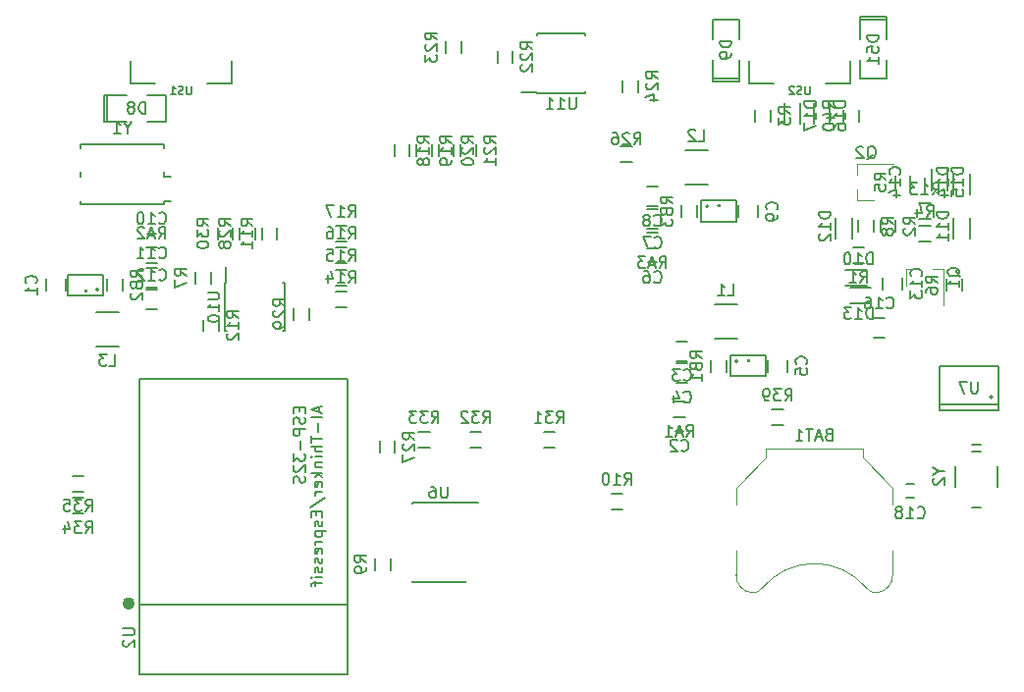
<source format=gbo>
G04 #@! TF.FileFunction,Legend,Bot*
%FSLAX46Y46*%
G04 Gerber Fmt 4.6, Leading zero omitted, Abs format (unit mm)*
G04 Created by KiCad (PCBNEW 4.0.5+dfsg1-4) date Thu May 18 22:57:46 2017*
%MOMM*%
%LPD*%
G01*
G04 APERTURE LIST*
%ADD10C,0.100000*%
%ADD11C,0.120000*%
%ADD12C,0.150000*%
%ADD13C,0.500000*%
%ADD14C,0.037500*%
G04 APERTURE END LIST*
D10*
D11*
X161075385Y-111454160D02*
G75*
G03X161990000Y-111070000I124615J984160D01*
G01*
X171904615Y-111454160D02*
G75*
G02X170990000Y-111070000I-124615J984160D01*
G01*
X161999339Y-111058671D02*
G75*
G02X170990000Y-111070000I4490661J-3711329D01*
G01*
X159740000Y-109920000D02*
G75*
G03X161190000Y-111470000I1500000J-50000D01*
G01*
X173240000Y-109920000D02*
G75*
G02X171790000Y-111470000I-1500000J-50000D01*
G01*
X159740000Y-107870000D02*
X159740000Y-109970000D01*
X173240000Y-107870000D02*
X173240000Y-109970000D01*
X173240000Y-103870000D02*
X173240000Y-102420000D01*
X173240000Y-102420000D02*
X170640000Y-99820000D01*
X170640000Y-99820000D02*
X170640000Y-99020000D01*
X170640000Y-99020000D02*
X162340000Y-99020000D01*
X162340000Y-99020000D02*
X162340000Y-99820000D01*
X162340000Y-99820000D02*
X159740000Y-102420000D01*
X159740000Y-102420000D02*
X159740000Y-103870000D01*
D12*
X170427000Y-62055000D02*
X170427000Y-61801000D01*
X170427000Y-61801000D02*
X172713000Y-61801000D01*
X172713000Y-61801000D02*
X172713000Y-62055000D01*
X170427000Y-62055000D02*
X172713000Y-62055000D01*
X172713000Y-62055000D02*
X172713000Y-63706000D01*
X170427000Y-65484000D02*
X170427000Y-67135000D01*
X170427000Y-67135000D02*
X172713000Y-67135000D01*
X172713000Y-67135000D02*
X172713000Y-65484000D01*
X170427000Y-63706000D02*
X170427000Y-62055000D01*
X157870000Y-89565000D02*
X159870000Y-89565000D01*
X159870000Y-86615000D02*
X157870000Y-86615000D01*
X159886803Y-91500000D02*
G75*
G03X159886803Y-91500000I-111803J0D01*
G01*
X159275000Y-92800000D02*
X162275000Y-92800000D01*
X162275000Y-92800000D02*
X162275000Y-91000000D01*
X162275000Y-91000000D02*
X159275000Y-91000000D01*
X159275000Y-91000000D02*
X159275000Y-92800000D01*
X155330000Y-76230000D02*
X157330000Y-76230000D01*
X157330000Y-73280000D02*
X155330000Y-73280000D01*
X157346803Y-78135000D02*
G75*
G03X157346803Y-78135000I-111803J0D01*
G01*
X156735000Y-79435000D02*
X159735000Y-79435000D01*
X159735000Y-79435000D02*
X159735000Y-77635000D01*
X159735000Y-77635000D02*
X156735000Y-77635000D01*
X156735000Y-77635000D02*
X156735000Y-79435000D01*
X106530000Y-87250000D02*
X104530000Y-87250000D01*
X104530000Y-90200000D02*
X106530000Y-90200000D01*
X104736803Y-85315000D02*
G75*
G03X104736803Y-85315000I-111803J0D01*
G01*
X105125000Y-84015000D02*
X102125000Y-84015000D01*
X102125000Y-84015000D02*
X102125000Y-85815000D01*
X102125000Y-85815000D02*
X105125000Y-85815000D01*
X105125000Y-85815000D02*
X105125000Y-84015000D01*
X100235000Y-85415000D02*
X100235000Y-84415000D01*
X101935000Y-84415000D02*
X101935000Y-85415000D01*
X155560000Y-91480000D02*
X154560000Y-91480000D01*
X154560000Y-89780000D02*
X155560000Y-89780000D01*
X155560000Y-93385000D02*
X154560000Y-93385000D01*
X154560000Y-91685000D02*
X155560000Y-91685000D01*
X164165000Y-91400000D02*
X164165000Y-92400000D01*
X162465000Y-92400000D02*
X162465000Y-91400000D01*
X153020000Y-80050000D02*
X152020000Y-80050000D01*
X152020000Y-78350000D02*
X153020000Y-78350000D01*
X153020000Y-78145000D02*
X152020000Y-78145000D01*
X152020000Y-76445000D02*
X153020000Y-76445000D01*
X161625000Y-78065000D02*
X161625000Y-79065000D01*
X159925000Y-79065000D02*
X159925000Y-78065000D01*
X108840000Y-83430000D02*
X109840000Y-83430000D01*
X109840000Y-85130000D02*
X108840000Y-85130000D01*
X108840000Y-85335000D02*
X109840000Y-85335000D01*
X109840000Y-87035000D02*
X108840000Y-87035000D01*
X105530000Y-70818000D02*
X105276000Y-70818000D01*
X105276000Y-70818000D02*
X105276000Y-68532000D01*
X105276000Y-68532000D02*
X105530000Y-68532000D01*
X105530000Y-70818000D02*
X105530000Y-68532000D01*
X105530000Y-68532000D02*
X107181000Y-68532000D01*
X108959000Y-70818000D02*
X110610000Y-70818000D01*
X110610000Y-70818000D02*
X110610000Y-68532000D01*
X110610000Y-68532000D02*
X108959000Y-68532000D01*
X107181000Y-70818000D02*
X105530000Y-70818000D01*
X160013000Y-67135000D02*
X160013000Y-67389000D01*
X160013000Y-67389000D02*
X157727000Y-67389000D01*
X157727000Y-67389000D02*
X157727000Y-67135000D01*
X160013000Y-67135000D02*
X157727000Y-67135000D01*
X157727000Y-67135000D02*
X157727000Y-65484000D01*
X160013000Y-63706000D02*
X160013000Y-62055000D01*
X160013000Y-62055000D02*
X157727000Y-62055000D01*
X157727000Y-62055000D02*
X157727000Y-63706000D01*
X160013000Y-65484000D02*
X160013000Y-67135000D01*
X181857000Y-94567000D02*
G75*
G03X181857000Y-94567000I-127000J0D01*
G01*
X182365000Y-95202000D02*
X177285000Y-95202000D01*
X182365000Y-91900000D02*
X177285000Y-91900000D01*
X182365000Y-95710000D02*
X177285000Y-95710000D01*
X182365000Y-95710000D02*
X182365000Y-91900000D01*
X177285000Y-95710000D02*
X177285000Y-91900000D01*
X174071000Y-84288000D02*
X174071000Y-85288000D01*
X172371000Y-85288000D02*
X172371000Y-84288000D01*
X169200000Y-83580000D02*
X171000000Y-83580000D01*
X169200000Y-84980000D02*
X171000000Y-84980000D01*
X178490000Y-80935000D02*
X178490000Y-79135000D01*
X179890000Y-80935000D02*
X179890000Y-79135000D01*
X177985000Y-74925000D02*
X177985000Y-76725000D01*
X176585000Y-74925000D02*
X176585000Y-76725000D01*
X168330000Y-80935000D02*
X168330000Y-79135000D01*
X169730000Y-80935000D02*
X169730000Y-79135000D01*
D11*
X174435000Y-83520000D02*
X175365000Y-83520000D01*
X177595000Y-83520000D02*
X176665000Y-83520000D01*
X177595000Y-83520000D02*
X177595000Y-86680000D01*
X174435000Y-83520000D02*
X174435000Y-84980000D01*
X170175000Y-77605000D02*
X170175000Y-76675000D01*
X170175000Y-74445000D02*
X170175000Y-75375000D01*
X170175000Y-74445000D02*
X173335000Y-74445000D01*
X170175000Y-77605000D02*
X171635000Y-77605000D01*
D12*
X154510000Y-97510000D02*
X155210000Y-97510000D01*
X155210000Y-96310000D02*
X154510000Y-96310000D01*
X152170000Y-82975000D02*
X152870000Y-82975000D01*
X152870000Y-81775000D02*
X152170000Y-81775000D01*
X109690000Y-80505000D02*
X108990000Y-80505000D01*
X108990000Y-81705000D02*
X109690000Y-81705000D01*
X174780000Y-75675000D02*
X174780000Y-76375000D01*
X175980000Y-76375000D02*
X175980000Y-75675000D01*
X170800000Y-81700000D02*
X169800000Y-81700000D01*
X169800000Y-83050000D02*
X170800000Y-83050000D01*
X172165000Y-79335000D02*
X172165000Y-80335000D01*
X173515000Y-80335000D02*
X173515000Y-79335000D01*
X175515000Y-81145000D02*
X176515000Y-81145000D01*
X176515000Y-79795000D02*
X175515000Y-79795000D01*
X174785000Y-76525000D02*
X174785000Y-75525000D01*
X173435000Y-75525000D02*
X173435000Y-76525000D01*
X179230000Y-85415000D02*
X179230000Y-84415000D01*
X177880000Y-84415000D02*
X177880000Y-85415000D01*
X114460000Y-84780000D02*
X114460000Y-83780000D01*
X113110000Y-83780000D02*
X113110000Y-84780000D01*
X170260000Y-79335000D02*
X170260000Y-80335000D01*
X171610000Y-80335000D02*
X171610000Y-79335000D01*
X129955000Y-109500000D02*
X129955000Y-108500000D01*
X128605000Y-108500000D02*
X128605000Y-109500000D01*
X148972000Y-104259000D02*
X149972000Y-104259000D01*
X149972000Y-102909000D02*
X148972000Y-102909000D01*
X175515000Y-79240000D02*
X176515000Y-79240000D01*
X176515000Y-77890000D02*
X175515000Y-77890000D01*
X155360000Y-94965000D02*
X154360000Y-94965000D01*
X154360000Y-96315000D02*
X155360000Y-96315000D01*
X108840000Y-83050000D02*
X109840000Y-83050000D01*
X109840000Y-81700000D02*
X108840000Y-81700000D01*
X153020000Y-80430000D02*
X152020000Y-80430000D01*
X152020000Y-81780000D02*
X153020000Y-81780000D01*
X158910000Y-92400000D02*
X158910000Y-91400000D01*
X157560000Y-91400000D02*
X157560000Y-92400000D01*
X105490000Y-84415000D02*
X105490000Y-85415000D01*
X106840000Y-85415000D02*
X106840000Y-84415000D01*
X156370000Y-79065000D02*
X156370000Y-78065000D01*
X155020000Y-78065000D02*
X155020000Y-79065000D01*
X125182000Y-86860000D02*
X126182000Y-86860000D01*
X126182000Y-85510000D02*
X125182000Y-85510000D01*
X125182000Y-84954000D02*
X126182000Y-84954000D01*
X126182000Y-83604000D02*
X125182000Y-83604000D01*
X125182000Y-83050000D02*
X126182000Y-83050000D01*
X126182000Y-81700000D02*
X125182000Y-81700000D01*
X125182000Y-81145000D02*
X126182000Y-81145000D01*
X126182000Y-79795000D02*
X125182000Y-79795000D01*
X130255000Y-72817000D02*
X130255000Y-73817000D01*
X131605000Y-73817000D02*
X131605000Y-72817000D01*
X132160000Y-72817000D02*
X132160000Y-73817000D01*
X133510000Y-73817000D02*
X133510000Y-72817000D01*
X134065000Y-72817000D02*
X134065000Y-73817000D01*
X135415000Y-73817000D02*
X135415000Y-72817000D01*
X135970000Y-72817000D02*
X135970000Y-73817000D01*
X137320000Y-73817000D02*
X137320000Y-72817000D01*
X115655000Y-84745000D02*
X115705000Y-84745000D01*
X115655000Y-88895000D02*
X115800000Y-88895000D01*
X120805000Y-88895000D02*
X120660000Y-88895000D01*
X120805000Y-84745000D02*
X120660000Y-84745000D01*
X115655000Y-84745000D02*
X115655000Y-88895000D01*
X120805000Y-84745000D02*
X120805000Y-88895000D01*
X115705000Y-84745000D02*
X115705000Y-83345000D01*
X174395000Y-103295000D02*
X175095000Y-103295000D01*
X175095000Y-102095000D02*
X174395000Y-102095000D01*
X142605000Y-68375000D02*
X142605000Y-68325000D01*
X146755000Y-68375000D02*
X146755000Y-68230000D01*
X146755000Y-63225000D02*
X146755000Y-63370000D01*
X142605000Y-63225000D02*
X142605000Y-63370000D01*
X142605000Y-68375000D02*
X146755000Y-68375000D01*
X142605000Y-63225000D02*
X146755000Y-63225000D01*
X142605000Y-68325000D02*
X141205000Y-68325000D01*
X171400000Y-86504000D02*
X169600000Y-86504000D01*
X171400000Y-85104000D02*
X169600000Y-85104000D01*
X178490000Y-77125000D02*
X178490000Y-75325000D01*
X179890000Y-77125000D02*
X179890000Y-75325000D01*
D13*
X107638415Y-112384338D02*
G75*
G03X107638415Y-112384338I-283981J0D01*
G01*
D12*
X126260434Y-112530338D02*
X108260434Y-112530338D01*
X108260434Y-118530338D02*
X108260434Y-93030338D01*
X126260434Y-118530338D02*
X126260434Y-93030338D01*
X126260434Y-93030338D02*
X108260434Y-93030338D01*
X126260434Y-118530338D02*
X108260434Y-118530338D01*
X167825000Y-69210000D02*
X167825000Y-71010000D01*
X166425000Y-69210000D02*
X166425000Y-71010000D01*
X165285000Y-69210000D02*
X165285000Y-71010000D01*
X163885000Y-69210000D02*
X163885000Y-71010000D01*
X161370000Y-69810000D02*
X161370000Y-70810000D01*
X162720000Y-70810000D02*
X162720000Y-69810000D01*
X139145000Y-64730000D02*
X139145000Y-65730000D01*
X140495000Y-65730000D02*
X140495000Y-64730000D01*
X136050000Y-64900000D02*
X136050000Y-63900000D01*
X134700000Y-63900000D02*
X134700000Y-64900000D01*
X149940000Y-67270000D02*
X149940000Y-68270000D01*
X151290000Y-68270000D02*
X151290000Y-67270000D01*
X149780000Y-74275000D02*
X150780000Y-74275000D01*
X150780000Y-72925000D02*
X149780000Y-72925000D01*
X131780000Y-103690000D02*
X131780000Y-103790000D01*
X131780000Y-110515000D02*
X131780000Y-110490000D01*
X136430000Y-110515000D02*
X136430000Y-110490000D01*
X137505000Y-103690000D02*
X131780000Y-103690000D01*
X136430000Y-110515000D02*
X131780000Y-110515000D01*
X120175000Y-80970000D02*
X120175000Y-79970000D01*
X118825000Y-79970000D02*
X118825000Y-80970000D01*
X113805000Y-87900000D02*
X113805000Y-88900000D01*
X115155000Y-88900000D02*
X115155000Y-87900000D01*
X128985000Y-98385000D02*
X128985000Y-99385000D01*
X130335000Y-99385000D02*
X130335000Y-98385000D01*
X118270000Y-80970000D02*
X118270000Y-79970000D01*
X116920000Y-79970000D02*
X116920000Y-80970000D01*
X122955000Y-87900000D02*
X122955000Y-86900000D01*
X121605000Y-86900000D02*
X121605000Y-87900000D01*
X116365000Y-80970000D02*
X116365000Y-79970000D01*
X115015000Y-79970000D02*
X115015000Y-80970000D01*
X143130000Y-98925000D02*
X144130000Y-98925000D01*
X144130000Y-97575000D02*
X143130000Y-97575000D01*
X136780000Y-98925000D02*
X137780000Y-98925000D01*
X137780000Y-97575000D02*
X136780000Y-97575000D01*
X132335000Y-98925000D02*
X133335000Y-98925000D01*
X133335000Y-97575000D02*
X132335000Y-97575000D01*
X103490000Y-103290000D02*
X102490000Y-103290000D01*
X102490000Y-104640000D02*
X103490000Y-104640000D01*
X180079000Y-99266000D02*
X180841000Y-99266000D01*
X182260000Y-100525000D02*
X182260000Y-102325000D01*
X180860000Y-104125000D02*
X180060000Y-104125000D01*
X178660000Y-102325000D02*
X178660000Y-100525000D01*
X180060000Y-98725000D02*
X180860000Y-98725000D01*
X110400000Y-77690000D02*
X110950000Y-77690000D01*
X103200000Y-77990000D02*
X103200000Y-77690000D01*
X103200000Y-72790000D02*
X103200000Y-73090000D01*
X110400000Y-72790000D02*
X110400000Y-73090000D01*
X110400000Y-77990000D02*
X110400000Y-77690000D01*
X110400000Y-77990000D02*
X103200000Y-77990000D01*
X110400000Y-75590000D02*
X110950000Y-75590000D01*
X110400000Y-72790000D02*
X103200000Y-72790000D01*
X103200000Y-75590000D02*
X103200000Y-75190000D01*
X110400000Y-75590000D02*
X110400000Y-75190000D01*
X103490000Y-101385000D02*
X102490000Y-101385000D01*
X102490000Y-102735000D02*
X103490000Y-102735000D01*
X107480000Y-65560000D02*
X107480000Y-67560000D01*
X107480000Y-67560000D02*
X109630000Y-67560000D01*
X114130000Y-67560000D02*
X116280000Y-67560000D01*
X116280000Y-67560000D02*
X116280000Y-65610000D01*
X160820000Y-65560000D02*
X160820000Y-67560000D01*
X160820000Y-67560000D02*
X162970000Y-67560000D01*
X167470000Y-67560000D02*
X169620000Y-67560000D01*
X169620000Y-67560000D02*
X169620000Y-65610000D01*
X171580000Y-87750000D02*
X172580000Y-87750000D01*
X172580000Y-89450000D02*
X171580000Y-89450000D01*
X162815000Y-97020000D02*
X163815000Y-97020000D01*
X163815000Y-95670000D02*
X162815000Y-95670000D01*
X170340000Y-70810000D02*
X170340000Y-69810000D01*
X168990000Y-69810000D02*
X168990000Y-70810000D01*
X167704285Y-97798571D02*
X167561428Y-97846190D01*
X167513809Y-97893810D01*
X167466190Y-97989048D01*
X167466190Y-98131905D01*
X167513809Y-98227143D01*
X167561428Y-98274762D01*
X167656666Y-98322381D01*
X168037619Y-98322381D01*
X168037619Y-97322381D01*
X167704285Y-97322381D01*
X167609047Y-97370000D01*
X167561428Y-97417619D01*
X167513809Y-97512857D01*
X167513809Y-97608095D01*
X167561428Y-97703333D01*
X167609047Y-97750952D01*
X167704285Y-97798571D01*
X168037619Y-97798571D01*
X167085238Y-98036667D02*
X166609047Y-98036667D01*
X167180476Y-98322381D02*
X166847143Y-97322381D01*
X166513809Y-98322381D01*
X166323333Y-97322381D02*
X165751904Y-97322381D01*
X166037619Y-98322381D02*
X166037619Y-97322381D01*
X164894761Y-98322381D02*
X165466190Y-98322381D01*
X165180476Y-98322381D02*
X165180476Y-97322381D01*
X165275714Y-97465238D01*
X165370952Y-97560476D01*
X165466190Y-97608095D01*
X172022381Y-63380714D02*
X171022381Y-63380714D01*
X171022381Y-63618809D01*
X171070000Y-63761667D01*
X171165238Y-63856905D01*
X171260476Y-63904524D01*
X171450952Y-63952143D01*
X171593810Y-63952143D01*
X171784286Y-63904524D01*
X171879524Y-63856905D01*
X171974762Y-63761667D01*
X172022381Y-63618809D01*
X172022381Y-63380714D01*
X171022381Y-64856905D02*
X171022381Y-64380714D01*
X171498571Y-64333095D01*
X171450952Y-64380714D01*
X171403333Y-64475952D01*
X171403333Y-64714048D01*
X171450952Y-64809286D01*
X171498571Y-64856905D01*
X171593810Y-64904524D01*
X171831905Y-64904524D01*
X171927143Y-64856905D01*
X171974762Y-64809286D01*
X172022381Y-64714048D01*
X172022381Y-64475952D01*
X171974762Y-64380714D01*
X171927143Y-64333095D01*
X172022381Y-65856905D02*
X172022381Y-65285476D01*
X172022381Y-65571190D02*
X171022381Y-65571190D01*
X171165238Y-65475952D01*
X171260476Y-65380714D01*
X171308095Y-65285476D01*
X159036666Y-85842381D02*
X159512857Y-85842381D01*
X159512857Y-84842381D01*
X158179523Y-85842381D02*
X158750952Y-85842381D01*
X158465238Y-85842381D02*
X158465238Y-84842381D01*
X158560476Y-84985238D01*
X158655714Y-85080476D01*
X158750952Y-85128095D01*
D14*
X160889286Y-91317857D02*
X160889286Y-91439286D01*
X160882143Y-91453571D01*
X160875000Y-91460714D01*
X160860714Y-91467857D01*
X160832143Y-91467857D01*
X160817857Y-91460714D01*
X160810714Y-91453571D01*
X160803571Y-91439286D01*
X160803571Y-91317857D01*
X160746428Y-91317857D02*
X160653571Y-91317857D01*
X160703571Y-91375000D01*
X160682143Y-91375000D01*
X160667857Y-91382143D01*
X160660714Y-91389286D01*
X160653571Y-91403571D01*
X160653571Y-91439286D01*
X160660714Y-91453571D01*
X160667857Y-91460714D01*
X160682143Y-91467857D01*
X160725000Y-91467857D01*
X160739286Y-91460714D01*
X160746428Y-91453571D01*
D12*
X156496666Y-72507381D02*
X156972857Y-72507381D01*
X156972857Y-71507381D01*
X156210952Y-71602619D02*
X156163333Y-71555000D01*
X156068095Y-71507381D01*
X155829999Y-71507381D01*
X155734761Y-71555000D01*
X155687142Y-71602619D01*
X155639523Y-71697857D01*
X155639523Y-71793095D01*
X155687142Y-71935952D01*
X156258571Y-72507381D01*
X155639523Y-72507381D01*
D14*
X158349286Y-77952857D02*
X158349286Y-78074286D01*
X158342143Y-78088571D01*
X158335000Y-78095714D01*
X158320714Y-78102857D01*
X158292143Y-78102857D01*
X158277857Y-78095714D01*
X158270714Y-78088571D01*
X158263571Y-78074286D01*
X158263571Y-77952857D01*
X158127857Y-78002857D02*
X158127857Y-78102857D01*
X158163571Y-77945714D02*
X158199286Y-78052857D01*
X158106428Y-78052857D01*
D12*
X105696666Y-91877381D02*
X106172857Y-91877381D01*
X106172857Y-90877381D01*
X105458571Y-90877381D02*
X104839523Y-90877381D01*
X105172857Y-91258333D01*
X105029999Y-91258333D01*
X104934761Y-91305952D01*
X104887142Y-91353571D01*
X104839523Y-91448810D01*
X104839523Y-91686905D01*
X104887142Y-91782143D01*
X104934761Y-91829762D01*
X105029999Y-91877381D01*
X105315714Y-91877381D01*
X105410952Y-91829762D01*
X105458571Y-91782143D01*
D14*
X103739286Y-85332857D02*
X103739286Y-85454286D01*
X103732143Y-85468571D01*
X103725000Y-85475714D01*
X103710714Y-85482857D01*
X103682143Y-85482857D01*
X103667857Y-85475714D01*
X103660714Y-85468571D01*
X103653571Y-85454286D01*
X103653571Y-85332857D01*
X103510714Y-85332857D02*
X103582143Y-85332857D01*
X103589286Y-85404286D01*
X103582143Y-85397143D01*
X103567857Y-85390000D01*
X103532143Y-85390000D01*
X103517857Y-85397143D01*
X103510714Y-85404286D01*
X103503571Y-85418571D01*
X103503571Y-85454286D01*
X103510714Y-85468571D01*
X103517857Y-85475714D01*
X103532143Y-85482857D01*
X103567857Y-85482857D01*
X103582143Y-85475714D01*
X103589286Y-85468571D01*
D12*
X99342143Y-84748334D02*
X99389762Y-84700715D01*
X99437381Y-84557858D01*
X99437381Y-84462620D01*
X99389762Y-84319762D01*
X99294524Y-84224524D01*
X99199286Y-84176905D01*
X99008810Y-84129286D01*
X98865952Y-84129286D01*
X98675476Y-84176905D01*
X98580238Y-84224524D01*
X98485000Y-84319762D01*
X98437381Y-84462620D01*
X98437381Y-84557858D01*
X98485000Y-84700715D01*
X98532619Y-84748334D01*
X99437381Y-85700715D02*
X99437381Y-85129286D01*
X99437381Y-85415000D02*
X98437381Y-85415000D01*
X98580238Y-85319762D01*
X98675476Y-85224524D01*
X98723095Y-85129286D01*
X155226666Y-93087143D02*
X155274285Y-93134762D01*
X155417142Y-93182381D01*
X155512380Y-93182381D01*
X155655238Y-93134762D01*
X155750476Y-93039524D01*
X155798095Y-92944286D01*
X155845714Y-92753810D01*
X155845714Y-92610952D01*
X155798095Y-92420476D01*
X155750476Y-92325238D01*
X155655238Y-92230000D01*
X155512380Y-92182381D01*
X155417142Y-92182381D01*
X155274285Y-92230000D01*
X155226666Y-92277619D01*
X154893333Y-92182381D02*
X154274285Y-92182381D01*
X154607619Y-92563333D01*
X154464761Y-92563333D01*
X154369523Y-92610952D01*
X154321904Y-92658571D01*
X154274285Y-92753810D01*
X154274285Y-92991905D01*
X154321904Y-93087143D01*
X154369523Y-93134762D01*
X154464761Y-93182381D01*
X154750476Y-93182381D01*
X154845714Y-93134762D01*
X154893333Y-93087143D01*
X155226666Y-94992143D02*
X155274285Y-95039762D01*
X155417142Y-95087381D01*
X155512380Y-95087381D01*
X155655238Y-95039762D01*
X155750476Y-94944524D01*
X155798095Y-94849286D01*
X155845714Y-94658810D01*
X155845714Y-94515952D01*
X155798095Y-94325476D01*
X155750476Y-94230238D01*
X155655238Y-94135000D01*
X155512380Y-94087381D01*
X155417142Y-94087381D01*
X155274285Y-94135000D01*
X155226666Y-94182619D01*
X154369523Y-94420714D02*
X154369523Y-95087381D01*
X154607619Y-94039762D02*
X154845714Y-94754048D01*
X154226666Y-94754048D01*
X165772143Y-91733334D02*
X165819762Y-91685715D01*
X165867381Y-91542858D01*
X165867381Y-91447620D01*
X165819762Y-91304762D01*
X165724524Y-91209524D01*
X165629286Y-91161905D01*
X165438810Y-91114286D01*
X165295952Y-91114286D01*
X165105476Y-91161905D01*
X165010238Y-91209524D01*
X164915000Y-91304762D01*
X164867381Y-91447620D01*
X164867381Y-91542858D01*
X164915000Y-91685715D01*
X164962619Y-91733334D01*
X164867381Y-92638096D02*
X164867381Y-92161905D01*
X165343571Y-92114286D01*
X165295952Y-92161905D01*
X165248333Y-92257143D01*
X165248333Y-92495239D01*
X165295952Y-92590477D01*
X165343571Y-92638096D01*
X165438810Y-92685715D01*
X165676905Y-92685715D01*
X165772143Y-92638096D01*
X165819762Y-92590477D01*
X165867381Y-92495239D01*
X165867381Y-92257143D01*
X165819762Y-92161905D01*
X165772143Y-92114286D01*
X152686666Y-81657143D02*
X152734285Y-81704762D01*
X152877142Y-81752381D01*
X152972380Y-81752381D01*
X153115238Y-81704762D01*
X153210476Y-81609524D01*
X153258095Y-81514286D01*
X153305714Y-81323810D01*
X153305714Y-81180952D01*
X153258095Y-80990476D01*
X153210476Y-80895238D01*
X153115238Y-80800000D01*
X152972380Y-80752381D01*
X152877142Y-80752381D01*
X152734285Y-80800000D01*
X152686666Y-80847619D01*
X152353333Y-80752381D02*
X151686666Y-80752381D01*
X152115238Y-81752381D01*
X152686666Y-79752143D02*
X152734285Y-79799762D01*
X152877142Y-79847381D01*
X152972380Y-79847381D01*
X153115238Y-79799762D01*
X153210476Y-79704524D01*
X153258095Y-79609286D01*
X153305714Y-79418810D01*
X153305714Y-79275952D01*
X153258095Y-79085476D01*
X153210476Y-78990238D01*
X153115238Y-78895000D01*
X152972380Y-78847381D01*
X152877142Y-78847381D01*
X152734285Y-78895000D01*
X152686666Y-78942619D01*
X152115238Y-79275952D02*
X152210476Y-79228333D01*
X152258095Y-79180714D01*
X152305714Y-79085476D01*
X152305714Y-79037857D01*
X152258095Y-78942619D01*
X152210476Y-78895000D01*
X152115238Y-78847381D01*
X151924761Y-78847381D01*
X151829523Y-78895000D01*
X151781904Y-78942619D01*
X151734285Y-79037857D01*
X151734285Y-79085476D01*
X151781904Y-79180714D01*
X151829523Y-79228333D01*
X151924761Y-79275952D01*
X152115238Y-79275952D01*
X152210476Y-79323571D01*
X152258095Y-79371190D01*
X152305714Y-79466429D01*
X152305714Y-79656905D01*
X152258095Y-79752143D01*
X152210476Y-79799762D01*
X152115238Y-79847381D01*
X151924761Y-79847381D01*
X151829523Y-79799762D01*
X151781904Y-79752143D01*
X151734285Y-79656905D01*
X151734285Y-79466429D01*
X151781904Y-79371190D01*
X151829523Y-79323571D01*
X151924761Y-79275952D01*
X163232143Y-78398334D02*
X163279762Y-78350715D01*
X163327381Y-78207858D01*
X163327381Y-78112620D01*
X163279762Y-77969762D01*
X163184524Y-77874524D01*
X163089286Y-77826905D01*
X162898810Y-77779286D01*
X162755952Y-77779286D01*
X162565476Y-77826905D01*
X162470238Y-77874524D01*
X162375000Y-77969762D01*
X162327381Y-78112620D01*
X162327381Y-78207858D01*
X162375000Y-78350715D01*
X162422619Y-78398334D01*
X163327381Y-78874524D02*
X163327381Y-79065000D01*
X163279762Y-79160239D01*
X163232143Y-79207858D01*
X163089286Y-79303096D01*
X162898810Y-79350715D01*
X162517857Y-79350715D01*
X162422619Y-79303096D01*
X162375000Y-79255477D01*
X162327381Y-79160239D01*
X162327381Y-78969762D01*
X162375000Y-78874524D01*
X162422619Y-78826905D01*
X162517857Y-78779286D01*
X162755952Y-78779286D01*
X162851190Y-78826905D01*
X162898810Y-78874524D01*
X162946429Y-78969762D01*
X162946429Y-79160239D01*
X162898810Y-79255477D01*
X162851190Y-79303096D01*
X162755952Y-79350715D01*
X109982857Y-82537143D02*
X110030476Y-82584762D01*
X110173333Y-82632381D01*
X110268571Y-82632381D01*
X110411429Y-82584762D01*
X110506667Y-82489524D01*
X110554286Y-82394286D01*
X110601905Y-82203810D01*
X110601905Y-82060952D01*
X110554286Y-81870476D01*
X110506667Y-81775238D01*
X110411429Y-81680000D01*
X110268571Y-81632381D01*
X110173333Y-81632381D01*
X110030476Y-81680000D01*
X109982857Y-81727619D01*
X109030476Y-82632381D02*
X109601905Y-82632381D01*
X109316191Y-82632381D02*
X109316191Y-81632381D01*
X109411429Y-81775238D01*
X109506667Y-81870476D01*
X109601905Y-81918095D01*
X108078095Y-82632381D02*
X108649524Y-82632381D01*
X108363810Y-82632381D02*
X108363810Y-81632381D01*
X108459048Y-81775238D01*
X108554286Y-81870476D01*
X108649524Y-81918095D01*
X109982857Y-84442143D02*
X110030476Y-84489762D01*
X110173333Y-84537381D01*
X110268571Y-84537381D01*
X110411429Y-84489762D01*
X110506667Y-84394524D01*
X110554286Y-84299286D01*
X110601905Y-84108810D01*
X110601905Y-83965952D01*
X110554286Y-83775476D01*
X110506667Y-83680238D01*
X110411429Y-83585000D01*
X110268571Y-83537381D01*
X110173333Y-83537381D01*
X110030476Y-83585000D01*
X109982857Y-83632619D01*
X109030476Y-84537381D02*
X109601905Y-84537381D01*
X109316191Y-84537381D02*
X109316191Y-83537381D01*
X109411429Y-83680238D01*
X109506667Y-83775476D01*
X109601905Y-83823095D01*
X108649524Y-83632619D02*
X108601905Y-83585000D01*
X108506667Y-83537381D01*
X108268571Y-83537381D01*
X108173333Y-83585000D01*
X108125714Y-83632619D01*
X108078095Y-83727857D01*
X108078095Y-83823095D01*
X108125714Y-83965952D01*
X108697143Y-84537381D01*
X108078095Y-84537381D01*
X108808095Y-70127381D02*
X108808095Y-69127381D01*
X108570000Y-69127381D01*
X108427142Y-69175000D01*
X108331904Y-69270238D01*
X108284285Y-69365476D01*
X108236666Y-69555952D01*
X108236666Y-69698810D01*
X108284285Y-69889286D01*
X108331904Y-69984524D01*
X108427142Y-70079762D01*
X108570000Y-70127381D01*
X108808095Y-70127381D01*
X107665238Y-69555952D02*
X107760476Y-69508333D01*
X107808095Y-69460714D01*
X107855714Y-69365476D01*
X107855714Y-69317857D01*
X107808095Y-69222619D01*
X107760476Y-69175000D01*
X107665238Y-69127381D01*
X107474761Y-69127381D01*
X107379523Y-69175000D01*
X107331904Y-69222619D01*
X107284285Y-69317857D01*
X107284285Y-69365476D01*
X107331904Y-69460714D01*
X107379523Y-69508333D01*
X107474761Y-69555952D01*
X107665238Y-69555952D01*
X107760476Y-69603571D01*
X107808095Y-69651190D01*
X107855714Y-69746429D01*
X107855714Y-69936905D01*
X107808095Y-70032143D01*
X107760476Y-70079762D01*
X107665238Y-70127381D01*
X107474761Y-70127381D01*
X107379523Y-70079762D01*
X107331904Y-70032143D01*
X107284285Y-69936905D01*
X107284285Y-69746429D01*
X107331904Y-69651190D01*
X107379523Y-69603571D01*
X107474761Y-69555952D01*
X159322381Y-63856905D02*
X158322381Y-63856905D01*
X158322381Y-64095000D01*
X158370000Y-64237858D01*
X158465238Y-64333096D01*
X158560476Y-64380715D01*
X158750952Y-64428334D01*
X158893810Y-64428334D01*
X159084286Y-64380715D01*
X159179524Y-64333096D01*
X159274762Y-64237858D01*
X159322381Y-64095000D01*
X159322381Y-63856905D01*
X159322381Y-64904524D02*
X159322381Y-65095000D01*
X159274762Y-65190239D01*
X159227143Y-65237858D01*
X159084286Y-65333096D01*
X158893810Y-65380715D01*
X158512857Y-65380715D01*
X158417619Y-65333096D01*
X158370000Y-65285477D01*
X158322381Y-65190239D01*
X158322381Y-64999762D01*
X158370000Y-64904524D01*
X158417619Y-64856905D01*
X158512857Y-64809286D01*
X158750952Y-64809286D01*
X158846190Y-64856905D01*
X158893810Y-64904524D01*
X158941429Y-64999762D01*
X158941429Y-65190239D01*
X158893810Y-65285477D01*
X158846190Y-65333096D01*
X158750952Y-65380715D01*
X180586905Y-93257381D02*
X180586905Y-94066905D01*
X180539286Y-94162143D01*
X180491667Y-94209762D01*
X180396429Y-94257381D01*
X180205952Y-94257381D01*
X180110714Y-94209762D01*
X180063095Y-94162143D01*
X180015476Y-94066905D01*
X180015476Y-93257381D01*
X179634524Y-93257381D02*
X178967857Y-93257381D01*
X179396429Y-94257381D01*
X175678143Y-84145143D02*
X175725762Y-84097524D01*
X175773381Y-83954667D01*
X175773381Y-83859429D01*
X175725762Y-83716571D01*
X175630524Y-83621333D01*
X175535286Y-83573714D01*
X175344810Y-83526095D01*
X175201952Y-83526095D01*
X175011476Y-83573714D01*
X174916238Y-83621333D01*
X174821000Y-83716571D01*
X174773381Y-83859429D01*
X174773381Y-83954667D01*
X174821000Y-84097524D01*
X174868619Y-84145143D01*
X175773381Y-85097524D02*
X175773381Y-84526095D01*
X175773381Y-84811809D02*
X174773381Y-84811809D01*
X174916238Y-84716571D01*
X175011476Y-84621333D01*
X175059095Y-84526095D01*
X174773381Y-85430857D02*
X174773381Y-86049905D01*
X175154333Y-85716571D01*
X175154333Y-85859429D01*
X175201952Y-85954667D01*
X175249571Y-86002286D01*
X175344810Y-86049905D01*
X175582905Y-86049905D01*
X175678143Y-86002286D01*
X175725762Y-85954667D01*
X175773381Y-85859429D01*
X175773381Y-85573714D01*
X175725762Y-85478476D01*
X175678143Y-85430857D01*
X171514286Y-83132381D02*
X171514286Y-82132381D01*
X171276191Y-82132381D01*
X171133333Y-82180000D01*
X171038095Y-82275238D01*
X170990476Y-82370476D01*
X170942857Y-82560952D01*
X170942857Y-82703810D01*
X170990476Y-82894286D01*
X171038095Y-82989524D01*
X171133333Y-83084762D01*
X171276191Y-83132381D01*
X171514286Y-83132381D01*
X169990476Y-83132381D02*
X170561905Y-83132381D01*
X170276191Y-83132381D02*
X170276191Y-82132381D01*
X170371429Y-82275238D01*
X170466667Y-82370476D01*
X170561905Y-82418095D01*
X169371429Y-82132381D02*
X169276190Y-82132381D01*
X169180952Y-82180000D01*
X169133333Y-82227619D01*
X169085714Y-82322857D01*
X169038095Y-82513333D01*
X169038095Y-82751429D01*
X169085714Y-82941905D01*
X169133333Y-83037143D01*
X169180952Y-83084762D01*
X169276190Y-83132381D01*
X169371429Y-83132381D01*
X169466667Y-83084762D01*
X169514286Y-83037143D01*
X169561905Y-82941905D01*
X169609524Y-82751429D01*
X169609524Y-82513333D01*
X169561905Y-82322857D01*
X169514286Y-82227619D01*
X169466667Y-82180000D01*
X169371429Y-82132381D01*
X178042381Y-78620714D02*
X177042381Y-78620714D01*
X177042381Y-78858809D01*
X177090000Y-79001667D01*
X177185238Y-79096905D01*
X177280476Y-79144524D01*
X177470952Y-79192143D01*
X177613810Y-79192143D01*
X177804286Y-79144524D01*
X177899524Y-79096905D01*
X177994762Y-79001667D01*
X178042381Y-78858809D01*
X178042381Y-78620714D01*
X178042381Y-80144524D02*
X178042381Y-79573095D01*
X178042381Y-79858809D02*
X177042381Y-79858809D01*
X177185238Y-79763571D01*
X177280476Y-79668333D01*
X177328095Y-79573095D01*
X178042381Y-81096905D02*
X178042381Y-80525476D01*
X178042381Y-80811190D02*
X177042381Y-80811190D01*
X177185238Y-80715952D01*
X177280476Y-80620714D01*
X177328095Y-80525476D01*
X179337381Y-74810714D02*
X178337381Y-74810714D01*
X178337381Y-75048809D01*
X178385000Y-75191667D01*
X178480238Y-75286905D01*
X178575476Y-75334524D01*
X178765952Y-75382143D01*
X178908810Y-75382143D01*
X179099286Y-75334524D01*
X179194524Y-75286905D01*
X179289762Y-75191667D01*
X179337381Y-75048809D01*
X179337381Y-74810714D01*
X179337381Y-76334524D02*
X179337381Y-75763095D01*
X179337381Y-76048809D02*
X178337381Y-76048809D01*
X178480238Y-75953571D01*
X178575476Y-75858333D01*
X178623095Y-75763095D01*
X178337381Y-77239286D02*
X178337381Y-76763095D01*
X178813571Y-76715476D01*
X178765952Y-76763095D01*
X178718333Y-76858333D01*
X178718333Y-77096429D01*
X178765952Y-77191667D01*
X178813571Y-77239286D01*
X178908810Y-77286905D01*
X179146905Y-77286905D01*
X179242143Y-77239286D01*
X179289762Y-77191667D01*
X179337381Y-77096429D01*
X179337381Y-76858333D01*
X179289762Y-76763095D01*
X179242143Y-76715476D01*
X167882381Y-78620714D02*
X166882381Y-78620714D01*
X166882381Y-78858809D01*
X166930000Y-79001667D01*
X167025238Y-79096905D01*
X167120476Y-79144524D01*
X167310952Y-79192143D01*
X167453810Y-79192143D01*
X167644286Y-79144524D01*
X167739524Y-79096905D01*
X167834762Y-79001667D01*
X167882381Y-78858809D01*
X167882381Y-78620714D01*
X167882381Y-80144524D02*
X167882381Y-79573095D01*
X167882381Y-79858809D02*
X166882381Y-79858809D01*
X167025238Y-79763571D01*
X167120476Y-79668333D01*
X167168095Y-79573095D01*
X166977619Y-80525476D02*
X166930000Y-80573095D01*
X166882381Y-80668333D01*
X166882381Y-80906429D01*
X166930000Y-81001667D01*
X166977619Y-81049286D01*
X167072857Y-81096905D01*
X167168095Y-81096905D01*
X167310952Y-81049286D01*
X167882381Y-80477857D01*
X167882381Y-81096905D01*
X179062619Y-84184762D02*
X179015000Y-84089524D01*
X178919762Y-83994286D01*
X178776905Y-83851429D01*
X178729286Y-83756190D01*
X178729286Y-83660952D01*
X178967381Y-83708571D02*
X178919762Y-83613333D01*
X178824524Y-83518095D01*
X178634048Y-83470476D01*
X178300714Y-83470476D01*
X178110238Y-83518095D01*
X178015000Y-83613333D01*
X177967381Y-83708571D01*
X177967381Y-83899048D01*
X178015000Y-83994286D01*
X178110238Y-84089524D01*
X178300714Y-84137143D01*
X178634048Y-84137143D01*
X178824524Y-84089524D01*
X178919762Y-83994286D01*
X178967381Y-83899048D01*
X178967381Y-83708571D01*
X178967381Y-85089524D02*
X178967381Y-84518095D01*
X178967381Y-84803809D02*
X177967381Y-84803809D01*
X178110238Y-84708571D01*
X178205476Y-84613333D01*
X178253095Y-84518095D01*
X171030238Y-74072619D02*
X171125476Y-74025000D01*
X171220714Y-73929762D01*
X171363571Y-73786905D01*
X171458810Y-73739286D01*
X171554048Y-73739286D01*
X171506429Y-73977381D02*
X171601667Y-73929762D01*
X171696905Y-73834524D01*
X171744524Y-73644048D01*
X171744524Y-73310714D01*
X171696905Y-73120238D01*
X171601667Y-73025000D01*
X171506429Y-72977381D01*
X171315952Y-72977381D01*
X171220714Y-73025000D01*
X171125476Y-73120238D01*
X171077857Y-73310714D01*
X171077857Y-73644048D01*
X171125476Y-73834524D01*
X171220714Y-73929762D01*
X171315952Y-73977381D01*
X171506429Y-73977381D01*
X170696905Y-73072619D02*
X170649286Y-73025000D01*
X170554048Y-72977381D01*
X170315952Y-72977381D01*
X170220714Y-73025000D01*
X170173095Y-73072619D01*
X170125476Y-73167857D01*
X170125476Y-73263095D01*
X170173095Y-73405952D01*
X170744524Y-73977381D01*
X170125476Y-73977381D01*
X155026666Y-99167143D02*
X155074285Y-99214762D01*
X155217142Y-99262381D01*
X155312380Y-99262381D01*
X155455238Y-99214762D01*
X155550476Y-99119524D01*
X155598095Y-99024286D01*
X155645714Y-98833810D01*
X155645714Y-98690952D01*
X155598095Y-98500476D01*
X155550476Y-98405238D01*
X155455238Y-98310000D01*
X155312380Y-98262381D01*
X155217142Y-98262381D01*
X155074285Y-98310000D01*
X155026666Y-98357619D01*
X154645714Y-98357619D02*
X154598095Y-98310000D01*
X154502857Y-98262381D01*
X154264761Y-98262381D01*
X154169523Y-98310000D01*
X154121904Y-98357619D01*
X154074285Y-98452857D01*
X154074285Y-98548095D01*
X154121904Y-98690952D01*
X154693333Y-99262381D01*
X154074285Y-99262381D01*
X152686666Y-84632143D02*
X152734285Y-84679762D01*
X152877142Y-84727381D01*
X152972380Y-84727381D01*
X153115238Y-84679762D01*
X153210476Y-84584524D01*
X153258095Y-84489286D01*
X153305714Y-84298810D01*
X153305714Y-84155952D01*
X153258095Y-83965476D01*
X153210476Y-83870238D01*
X153115238Y-83775000D01*
X152972380Y-83727381D01*
X152877142Y-83727381D01*
X152734285Y-83775000D01*
X152686666Y-83822619D01*
X151829523Y-83727381D02*
X152020000Y-83727381D01*
X152115238Y-83775000D01*
X152162857Y-83822619D01*
X152258095Y-83965476D01*
X152305714Y-84155952D01*
X152305714Y-84536905D01*
X152258095Y-84632143D01*
X152210476Y-84679762D01*
X152115238Y-84727381D01*
X151924761Y-84727381D01*
X151829523Y-84679762D01*
X151781904Y-84632143D01*
X151734285Y-84536905D01*
X151734285Y-84298810D01*
X151781904Y-84203571D01*
X151829523Y-84155952D01*
X151924761Y-84108333D01*
X152115238Y-84108333D01*
X152210476Y-84155952D01*
X152258095Y-84203571D01*
X152305714Y-84298810D01*
X109982857Y-79562143D02*
X110030476Y-79609762D01*
X110173333Y-79657381D01*
X110268571Y-79657381D01*
X110411429Y-79609762D01*
X110506667Y-79514524D01*
X110554286Y-79419286D01*
X110601905Y-79228810D01*
X110601905Y-79085952D01*
X110554286Y-78895476D01*
X110506667Y-78800238D01*
X110411429Y-78705000D01*
X110268571Y-78657381D01*
X110173333Y-78657381D01*
X110030476Y-78705000D01*
X109982857Y-78752619D01*
X109030476Y-79657381D02*
X109601905Y-79657381D01*
X109316191Y-79657381D02*
X109316191Y-78657381D01*
X109411429Y-78800238D01*
X109506667Y-78895476D01*
X109601905Y-78943095D01*
X108411429Y-78657381D02*
X108316190Y-78657381D01*
X108220952Y-78705000D01*
X108173333Y-78752619D01*
X108125714Y-78847857D01*
X108078095Y-79038333D01*
X108078095Y-79276429D01*
X108125714Y-79466905D01*
X108173333Y-79562143D01*
X108220952Y-79609762D01*
X108316190Y-79657381D01*
X108411429Y-79657381D01*
X108506667Y-79609762D01*
X108554286Y-79562143D01*
X108601905Y-79466905D01*
X108649524Y-79276429D01*
X108649524Y-79038333D01*
X108601905Y-78847857D01*
X108554286Y-78752619D01*
X108506667Y-78705000D01*
X108411429Y-78657381D01*
X173837143Y-75382143D02*
X173884762Y-75334524D01*
X173932381Y-75191667D01*
X173932381Y-75096429D01*
X173884762Y-74953571D01*
X173789524Y-74858333D01*
X173694286Y-74810714D01*
X173503810Y-74763095D01*
X173360952Y-74763095D01*
X173170476Y-74810714D01*
X173075238Y-74858333D01*
X172980000Y-74953571D01*
X172932381Y-75096429D01*
X172932381Y-75191667D01*
X172980000Y-75334524D01*
X173027619Y-75382143D01*
X173932381Y-76334524D02*
X173932381Y-75763095D01*
X173932381Y-76048809D02*
X172932381Y-76048809D01*
X173075238Y-75953571D01*
X173170476Y-75858333D01*
X173218095Y-75763095D01*
X173265714Y-77191667D02*
X173932381Y-77191667D01*
X172884762Y-76953571D02*
X173599048Y-76715476D01*
X173599048Y-77334524D01*
X170466666Y-84727381D02*
X170800000Y-84251190D01*
X171038095Y-84727381D02*
X171038095Y-83727381D01*
X170657142Y-83727381D01*
X170561904Y-83775000D01*
X170514285Y-83822619D01*
X170466666Y-83917857D01*
X170466666Y-84060714D01*
X170514285Y-84155952D01*
X170561904Y-84203571D01*
X170657142Y-84251190D01*
X171038095Y-84251190D01*
X169514285Y-84727381D02*
X170085714Y-84727381D01*
X169800000Y-84727381D02*
X169800000Y-83727381D01*
X169895238Y-83870238D01*
X169990476Y-83965476D01*
X170085714Y-84013095D01*
X175192381Y-79668334D02*
X174716190Y-79335000D01*
X175192381Y-79096905D02*
X174192381Y-79096905D01*
X174192381Y-79477858D01*
X174240000Y-79573096D01*
X174287619Y-79620715D01*
X174382857Y-79668334D01*
X174525714Y-79668334D01*
X174620952Y-79620715D01*
X174668571Y-79573096D01*
X174716190Y-79477858D01*
X174716190Y-79096905D01*
X174287619Y-80049286D02*
X174240000Y-80096905D01*
X174192381Y-80192143D01*
X174192381Y-80430239D01*
X174240000Y-80525477D01*
X174287619Y-80573096D01*
X174382857Y-80620715D01*
X174478095Y-80620715D01*
X174620952Y-80573096D01*
X175192381Y-80001667D01*
X175192381Y-80620715D01*
X176181666Y-79022381D02*
X176515000Y-78546190D01*
X176753095Y-79022381D02*
X176753095Y-78022381D01*
X176372142Y-78022381D01*
X176276904Y-78070000D01*
X176229285Y-78117619D01*
X176181666Y-78212857D01*
X176181666Y-78355714D01*
X176229285Y-78450952D01*
X176276904Y-78498571D01*
X176372142Y-78546190D01*
X176753095Y-78546190D01*
X175324523Y-78355714D02*
X175324523Y-79022381D01*
X175562619Y-77974762D02*
X175800714Y-78689048D01*
X175181666Y-78689048D01*
X172662381Y-75858334D02*
X172186190Y-75525000D01*
X172662381Y-75286905D02*
X171662381Y-75286905D01*
X171662381Y-75667858D01*
X171710000Y-75763096D01*
X171757619Y-75810715D01*
X171852857Y-75858334D01*
X171995714Y-75858334D01*
X172090952Y-75810715D01*
X172138571Y-75763096D01*
X172186190Y-75667858D01*
X172186190Y-75286905D01*
X171662381Y-76763096D02*
X171662381Y-76286905D01*
X172138571Y-76239286D01*
X172090952Y-76286905D01*
X172043333Y-76382143D01*
X172043333Y-76620239D01*
X172090952Y-76715477D01*
X172138571Y-76763096D01*
X172233810Y-76810715D01*
X172471905Y-76810715D01*
X172567143Y-76763096D01*
X172614762Y-76715477D01*
X172662381Y-76620239D01*
X172662381Y-76382143D01*
X172614762Y-76286905D01*
X172567143Y-76239286D01*
X177107381Y-84748334D02*
X176631190Y-84415000D01*
X177107381Y-84176905D02*
X176107381Y-84176905D01*
X176107381Y-84557858D01*
X176155000Y-84653096D01*
X176202619Y-84700715D01*
X176297857Y-84748334D01*
X176440714Y-84748334D01*
X176535952Y-84700715D01*
X176583571Y-84653096D01*
X176631190Y-84557858D01*
X176631190Y-84176905D01*
X176107381Y-85605477D02*
X176107381Y-85415000D01*
X176155000Y-85319762D01*
X176202619Y-85272143D01*
X176345476Y-85176905D01*
X176535952Y-85129286D01*
X176916905Y-85129286D01*
X177012143Y-85176905D01*
X177059762Y-85224524D01*
X177107381Y-85319762D01*
X177107381Y-85510239D01*
X177059762Y-85605477D01*
X177012143Y-85653096D01*
X176916905Y-85700715D01*
X176678810Y-85700715D01*
X176583571Y-85653096D01*
X176535952Y-85605477D01*
X176488333Y-85510239D01*
X176488333Y-85319762D01*
X176535952Y-85224524D01*
X176583571Y-85176905D01*
X176678810Y-85129286D01*
X112337381Y-84113334D02*
X111861190Y-83780000D01*
X112337381Y-83541905D02*
X111337381Y-83541905D01*
X111337381Y-83922858D01*
X111385000Y-84018096D01*
X111432619Y-84065715D01*
X111527857Y-84113334D01*
X111670714Y-84113334D01*
X111765952Y-84065715D01*
X111813571Y-84018096D01*
X111861190Y-83922858D01*
X111861190Y-83541905D01*
X111337381Y-84446667D02*
X111337381Y-85113334D01*
X112337381Y-84684762D01*
X173287381Y-79668334D02*
X172811190Y-79335000D01*
X173287381Y-79096905D02*
X172287381Y-79096905D01*
X172287381Y-79477858D01*
X172335000Y-79573096D01*
X172382619Y-79620715D01*
X172477857Y-79668334D01*
X172620714Y-79668334D01*
X172715952Y-79620715D01*
X172763571Y-79573096D01*
X172811190Y-79477858D01*
X172811190Y-79096905D01*
X172715952Y-80239762D02*
X172668333Y-80144524D01*
X172620714Y-80096905D01*
X172525476Y-80049286D01*
X172477857Y-80049286D01*
X172382619Y-80096905D01*
X172335000Y-80144524D01*
X172287381Y-80239762D01*
X172287381Y-80430239D01*
X172335000Y-80525477D01*
X172382619Y-80573096D01*
X172477857Y-80620715D01*
X172525476Y-80620715D01*
X172620714Y-80573096D01*
X172668333Y-80525477D01*
X172715952Y-80430239D01*
X172715952Y-80239762D01*
X172763571Y-80144524D01*
X172811190Y-80096905D01*
X172906429Y-80049286D01*
X173096905Y-80049286D01*
X173192143Y-80096905D01*
X173239762Y-80144524D01*
X173287381Y-80239762D01*
X173287381Y-80430239D01*
X173239762Y-80525477D01*
X173192143Y-80573096D01*
X173096905Y-80620715D01*
X172906429Y-80620715D01*
X172811190Y-80573096D01*
X172763571Y-80525477D01*
X172715952Y-80430239D01*
X127832381Y-108833334D02*
X127356190Y-108500000D01*
X127832381Y-108261905D02*
X126832381Y-108261905D01*
X126832381Y-108642858D01*
X126880000Y-108738096D01*
X126927619Y-108785715D01*
X127022857Y-108833334D01*
X127165714Y-108833334D01*
X127260952Y-108785715D01*
X127308571Y-108738096D01*
X127356190Y-108642858D01*
X127356190Y-108261905D01*
X127832381Y-109309524D02*
X127832381Y-109500000D01*
X127784762Y-109595239D01*
X127737143Y-109642858D01*
X127594286Y-109738096D01*
X127403810Y-109785715D01*
X127022857Y-109785715D01*
X126927619Y-109738096D01*
X126880000Y-109690477D01*
X126832381Y-109595239D01*
X126832381Y-109404762D01*
X126880000Y-109309524D01*
X126927619Y-109261905D01*
X127022857Y-109214286D01*
X127260952Y-109214286D01*
X127356190Y-109261905D01*
X127403810Y-109309524D01*
X127451429Y-109404762D01*
X127451429Y-109595239D01*
X127403810Y-109690477D01*
X127356190Y-109738096D01*
X127260952Y-109785715D01*
X150114857Y-102136381D02*
X150448191Y-101660190D01*
X150686286Y-102136381D02*
X150686286Y-101136381D01*
X150305333Y-101136381D01*
X150210095Y-101184000D01*
X150162476Y-101231619D01*
X150114857Y-101326857D01*
X150114857Y-101469714D01*
X150162476Y-101564952D01*
X150210095Y-101612571D01*
X150305333Y-101660190D01*
X150686286Y-101660190D01*
X149162476Y-102136381D02*
X149733905Y-102136381D01*
X149448191Y-102136381D02*
X149448191Y-101136381D01*
X149543429Y-101279238D01*
X149638667Y-101374476D01*
X149733905Y-101422095D01*
X148543429Y-101136381D02*
X148448190Y-101136381D01*
X148352952Y-101184000D01*
X148305333Y-101231619D01*
X148257714Y-101326857D01*
X148210095Y-101517333D01*
X148210095Y-101755429D01*
X148257714Y-101945905D01*
X148305333Y-102041143D01*
X148352952Y-102088762D01*
X148448190Y-102136381D01*
X148543429Y-102136381D01*
X148638667Y-102088762D01*
X148686286Y-102041143D01*
X148733905Y-101945905D01*
X148781524Y-101755429D01*
X148781524Y-101517333D01*
X148733905Y-101326857D01*
X148686286Y-101231619D01*
X148638667Y-101184000D01*
X148543429Y-101136381D01*
X176657857Y-77117381D02*
X176991191Y-76641190D01*
X177229286Y-77117381D02*
X177229286Y-76117381D01*
X176848333Y-76117381D01*
X176753095Y-76165000D01*
X176705476Y-76212619D01*
X176657857Y-76307857D01*
X176657857Y-76450714D01*
X176705476Y-76545952D01*
X176753095Y-76593571D01*
X176848333Y-76641190D01*
X177229286Y-76641190D01*
X175705476Y-77117381D02*
X176276905Y-77117381D01*
X175991191Y-77117381D02*
X175991191Y-76117381D01*
X176086429Y-76260238D01*
X176181667Y-76355476D01*
X176276905Y-76403095D01*
X175372143Y-76117381D02*
X174753095Y-76117381D01*
X175086429Y-76498333D01*
X174943571Y-76498333D01*
X174848333Y-76545952D01*
X174800714Y-76593571D01*
X174753095Y-76688810D01*
X174753095Y-76926905D01*
X174800714Y-77022143D01*
X174848333Y-77069762D01*
X174943571Y-77117381D01*
X175229286Y-77117381D01*
X175324524Y-77069762D01*
X175372143Y-77022143D01*
X155455238Y-97992381D02*
X155788572Y-97516190D01*
X156026667Y-97992381D02*
X156026667Y-96992381D01*
X155645714Y-96992381D01*
X155550476Y-97040000D01*
X155502857Y-97087619D01*
X155455238Y-97182857D01*
X155455238Y-97325714D01*
X155502857Y-97420952D01*
X155550476Y-97468571D01*
X155645714Y-97516190D01*
X156026667Y-97516190D01*
X155074286Y-97706667D02*
X154598095Y-97706667D01*
X155169524Y-97992381D02*
X154836191Y-96992381D01*
X154502857Y-97992381D01*
X153645714Y-97992381D02*
X154217143Y-97992381D01*
X153931429Y-97992381D02*
X153931429Y-96992381D01*
X154026667Y-97135238D01*
X154121905Y-97230476D01*
X154217143Y-97278095D01*
X109935238Y-80927381D02*
X110268572Y-80451190D01*
X110506667Y-80927381D02*
X110506667Y-79927381D01*
X110125714Y-79927381D01*
X110030476Y-79975000D01*
X109982857Y-80022619D01*
X109935238Y-80117857D01*
X109935238Y-80260714D01*
X109982857Y-80355952D01*
X110030476Y-80403571D01*
X110125714Y-80451190D01*
X110506667Y-80451190D01*
X109554286Y-80641667D02*
X109078095Y-80641667D01*
X109649524Y-80927381D02*
X109316191Y-79927381D01*
X108982857Y-80927381D01*
X108697143Y-80022619D02*
X108649524Y-79975000D01*
X108554286Y-79927381D01*
X108316190Y-79927381D01*
X108220952Y-79975000D01*
X108173333Y-80022619D01*
X108125714Y-80117857D01*
X108125714Y-80213095D01*
X108173333Y-80355952D01*
X108744762Y-80927381D01*
X108125714Y-80927381D01*
X153115238Y-83457381D02*
X153448572Y-82981190D01*
X153686667Y-83457381D02*
X153686667Y-82457381D01*
X153305714Y-82457381D01*
X153210476Y-82505000D01*
X153162857Y-82552619D01*
X153115238Y-82647857D01*
X153115238Y-82790714D01*
X153162857Y-82885952D01*
X153210476Y-82933571D01*
X153305714Y-82981190D01*
X153686667Y-82981190D01*
X152734286Y-83171667D02*
X152258095Y-83171667D01*
X152829524Y-83457381D02*
X152496191Y-82457381D01*
X152162857Y-83457381D01*
X151924762Y-82457381D02*
X151305714Y-82457381D01*
X151639048Y-82838333D01*
X151496190Y-82838333D01*
X151400952Y-82885952D01*
X151353333Y-82933571D01*
X151305714Y-83028810D01*
X151305714Y-83266905D01*
X151353333Y-83362143D01*
X151400952Y-83409762D01*
X151496190Y-83457381D01*
X151781905Y-83457381D01*
X151877143Y-83409762D01*
X151924762Y-83362143D01*
X156787381Y-91233334D02*
X156311190Y-90900000D01*
X156787381Y-90661905D02*
X155787381Y-90661905D01*
X155787381Y-91042858D01*
X155835000Y-91138096D01*
X155882619Y-91185715D01*
X155977857Y-91233334D01*
X156120714Y-91233334D01*
X156215952Y-91185715D01*
X156263571Y-91138096D01*
X156311190Y-91042858D01*
X156311190Y-90661905D01*
X156263571Y-91995239D02*
X156311190Y-92138096D01*
X156358810Y-92185715D01*
X156454048Y-92233334D01*
X156596905Y-92233334D01*
X156692143Y-92185715D01*
X156739762Y-92138096D01*
X156787381Y-92042858D01*
X156787381Y-91661905D01*
X155787381Y-91661905D01*
X155787381Y-91995239D01*
X155835000Y-92090477D01*
X155882619Y-92138096D01*
X155977857Y-92185715D01*
X156073095Y-92185715D01*
X156168333Y-92138096D01*
X156215952Y-92090477D01*
X156263571Y-91995239D01*
X156263571Y-91661905D01*
X156787381Y-93185715D02*
X156787381Y-92614286D01*
X156787381Y-92900000D02*
X155787381Y-92900000D01*
X155930238Y-92804762D01*
X156025476Y-92709524D01*
X156073095Y-92614286D01*
X108517381Y-84248334D02*
X108041190Y-83915000D01*
X108517381Y-83676905D02*
X107517381Y-83676905D01*
X107517381Y-84057858D01*
X107565000Y-84153096D01*
X107612619Y-84200715D01*
X107707857Y-84248334D01*
X107850714Y-84248334D01*
X107945952Y-84200715D01*
X107993571Y-84153096D01*
X108041190Y-84057858D01*
X108041190Y-83676905D01*
X107993571Y-85010239D02*
X108041190Y-85153096D01*
X108088810Y-85200715D01*
X108184048Y-85248334D01*
X108326905Y-85248334D01*
X108422143Y-85200715D01*
X108469762Y-85153096D01*
X108517381Y-85057858D01*
X108517381Y-84676905D01*
X107517381Y-84676905D01*
X107517381Y-85010239D01*
X107565000Y-85105477D01*
X107612619Y-85153096D01*
X107707857Y-85200715D01*
X107803095Y-85200715D01*
X107898333Y-85153096D01*
X107945952Y-85105477D01*
X107993571Y-85010239D01*
X107993571Y-84676905D01*
X107612619Y-85629286D02*
X107565000Y-85676905D01*
X107517381Y-85772143D01*
X107517381Y-86010239D01*
X107565000Y-86105477D01*
X107612619Y-86153096D01*
X107707857Y-86200715D01*
X107803095Y-86200715D01*
X107945952Y-86153096D01*
X108517381Y-85581667D01*
X108517381Y-86200715D01*
X154247381Y-77898334D02*
X153771190Y-77565000D01*
X154247381Y-77326905D02*
X153247381Y-77326905D01*
X153247381Y-77707858D01*
X153295000Y-77803096D01*
X153342619Y-77850715D01*
X153437857Y-77898334D01*
X153580714Y-77898334D01*
X153675952Y-77850715D01*
X153723571Y-77803096D01*
X153771190Y-77707858D01*
X153771190Y-77326905D01*
X153723571Y-78660239D02*
X153771190Y-78803096D01*
X153818810Y-78850715D01*
X153914048Y-78898334D01*
X154056905Y-78898334D01*
X154152143Y-78850715D01*
X154199762Y-78803096D01*
X154247381Y-78707858D01*
X154247381Y-78326905D01*
X153247381Y-78326905D01*
X153247381Y-78660239D01*
X153295000Y-78755477D01*
X153342619Y-78803096D01*
X153437857Y-78850715D01*
X153533095Y-78850715D01*
X153628333Y-78803096D01*
X153675952Y-78755477D01*
X153723571Y-78660239D01*
X153723571Y-78326905D01*
X153247381Y-79231667D02*
X153247381Y-79850715D01*
X153628333Y-79517381D01*
X153628333Y-79660239D01*
X153675952Y-79755477D01*
X153723571Y-79803096D01*
X153818810Y-79850715D01*
X154056905Y-79850715D01*
X154152143Y-79803096D01*
X154199762Y-79755477D01*
X154247381Y-79660239D01*
X154247381Y-79374524D01*
X154199762Y-79279286D01*
X154152143Y-79231667D01*
X126324857Y-84737381D02*
X126658191Y-84261190D01*
X126896286Y-84737381D02*
X126896286Y-83737381D01*
X126515333Y-83737381D01*
X126420095Y-83785000D01*
X126372476Y-83832619D01*
X126324857Y-83927857D01*
X126324857Y-84070714D01*
X126372476Y-84165952D01*
X126420095Y-84213571D01*
X126515333Y-84261190D01*
X126896286Y-84261190D01*
X125372476Y-84737381D02*
X125943905Y-84737381D01*
X125658191Y-84737381D02*
X125658191Y-83737381D01*
X125753429Y-83880238D01*
X125848667Y-83975476D01*
X125943905Y-84023095D01*
X124515333Y-84070714D02*
X124515333Y-84737381D01*
X124753429Y-83689762D02*
X124991524Y-84404048D01*
X124372476Y-84404048D01*
X126324857Y-82831381D02*
X126658191Y-82355190D01*
X126896286Y-82831381D02*
X126896286Y-81831381D01*
X126515333Y-81831381D01*
X126420095Y-81879000D01*
X126372476Y-81926619D01*
X126324857Y-82021857D01*
X126324857Y-82164714D01*
X126372476Y-82259952D01*
X126420095Y-82307571D01*
X126515333Y-82355190D01*
X126896286Y-82355190D01*
X125372476Y-82831381D02*
X125943905Y-82831381D01*
X125658191Y-82831381D02*
X125658191Y-81831381D01*
X125753429Y-81974238D01*
X125848667Y-82069476D01*
X125943905Y-82117095D01*
X124467714Y-81831381D02*
X124943905Y-81831381D01*
X124991524Y-82307571D01*
X124943905Y-82259952D01*
X124848667Y-82212333D01*
X124610571Y-82212333D01*
X124515333Y-82259952D01*
X124467714Y-82307571D01*
X124420095Y-82402810D01*
X124420095Y-82640905D01*
X124467714Y-82736143D01*
X124515333Y-82783762D01*
X124610571Y-82831381D01*
X124848667Y-82831381D01*
X124943905Y-82783762D01*
X124991524Y-82736143D01*
X126324857Y-80927381D02*
X126658191Y-80451190D01*
X126896286Y-80927381D02*
X126896286Y-79927381D01*
X126515333Y-79927381D01*
X126420095Y-79975000D01*
X126372476Y-80022619D01*
X126324857Y-80117857D01*
X126324857Y-80260714D01*
X126372476Y-80355952D01*
X126420095Y-80403571D01*
X126515333Y-80451190D01*
X126896286Y-80451190D01*
X125372476Y-80927381D02*
X125943905Y-80927381D01*
X125658191Y-80927381D02*
X125658191Y-79927381D01*
X125753429Y-80070238D01*
X125848667Y-80165476D01*
X125943905Y-80213095D01*
X124515333Y-79927381D02*
X124705810Y-79927381D01*
X124801048Y-79975000D01*
X124848667Y-80022619D01*
X124943905Y-80165476D01*
X124991524Y-80355952D01*
X124991524Y-80736905D01*
X124943905Y-80832143D01*
X124896286Y-80879762D01*
X124801048Y-80927381D01*
X124610571Y-80927381D01*
X124515333Y-80879762D01*
X124467714Y-80832143D01*
X124420095Y-80736905D01*
X124420095Y-80498810D01*
X124467714Y-80403571D01*
X124515333Y-80355952D01*
X124610571Y-80308333D01*
X124801048Y-80308333D01*
X124896286Y-80355952D01*
X124943905Y-80403571D01*
X124991524Y-80498810D01*
X126324857Y-79022381D02*
X126658191Y-78546190D01*
X126896286Y-79022381D02*
X126896286Y-78022381D01*
X126515333Y-78022381D01*
X126420095Y-78070000D01*
X126372476Y-78117619D01*
X126324857Y-78212857D01*
X126324857Y-78355714D01*
X126372476Y-78450952D01*
X126420095Y-78498571D01*
X126515333Y-78546190D01*
X126896286Y-78546190D01*
X125372476Y-79022381D02*
X125943905Y-79022381D01*
X125658191Y-79022381D02*
X125658191Y-78022381D01*
X125753429Y-78165238D01*
X125848667Y-78260476D01*
X125943905Y-78308095D01*
X125039143Y-78022381D02*
X124372476Y-78022381D01*
X124801048Y-79022381D01*
X133282381Y-72674143D02*
X132806190Y-72340809D01*
X133282381Y-72102714D02*
X132282381Y-72102714D01*
X132282381Y-72483667D01*
X132330000Y-72578905D01*
X132377619Y-72626524D01*
X132472857Y-72674143D01*
X132615714Y-72674143D01*
X132710952Y-72626524D01*
X132758571Y-72578905D01*
X132806190Y-72483667D01*
X132806190Y-72102714D01*
X133282381Y-73626524D02*
X133282381Y-73055095D01*
X133282381Y-73340809D02*
X132282381Y-73340809D01*
X132425238Y-73245571D01*
X132520476Y-73150333D01*
X132568095Y-73055095D01*
X132710952Y-74197952D02*
X132663333Y-74102714D01*
X132615714Y-74055095D01*
X132520476Y-74007476D01*
X132472857Y-74007476D01*
X132377619Y-74055095D01*
X132330000Y-74102714D01*
X132282381Y-74197952D01*
X132282381Y-74388429D01*
X132330000Y-74483667D01*
X132377619Y-74531286D01*
X132472857Y-74578905D01*
X132520476Y-74578905D01*
X132615714Y-74531286D01*
X132663333Y-74483667D01*
X132710952Y-74388429D01*
X132710952Y-74197952D01*
X132758571Y-74102714D01*
X132806190Y-74055095D01*
X132901429Y-74007476D01*
X133091905Y-74007476D01*
X133187143Y-74055095D01*
X133234762Y-74102714D01*
X133282381Y-74197952D01*
X133282381Y-74388429D01*
X133234762Y-74483667D01*
X133187143Y-74531286D01*
X133091905Y-74578905D01*
X132901429Y-74578905D01*
X132806190Y-74531286D01*
X132758571Y-74483667D01*
X132710952Y-74388429D01*
X135187381Y-72674143D02*
X134711190Y-72340809D01*
X135187381Y-72102714D02*
X134187381Y-72102714D01*
X134187381Y-72483667D01*
X134235000Y-72578905D01*
X134282619Y-72626524D01*
X134377857Y-72674143D01*
X134520714Y-72674143D01*
X134615952Y-72626524D01*
X134663571Y-72578905D01*
X134711190Y-72483667D01*
X134711190Y-72102714D01*
X135187381Y-73626524D02*
X135187381Y-73055095D01*
X135187381Y-73340809D02*
X134187381Y-73340809D01*
X134330238Y-73245571D01*
X134425476Y-73150333D01*
X134473095Y-73055095D01*
X135187381Y-74102714D02*
X135187381Y-74293190D01*
X135139762Y-74388429D01*
X135092143Y-74436048D01*
X134949286Y-74531286D01*
X134758810Y-74578905D01*
X134377857Y-74578905D01*
X134282619Y-74531286D01*
X134235000Y-74483667D01*
X134187381Y-74388429D01*
X134187381Y-74197952D01*
X134235000Y-74102714D01*
X134282619Y-74055095D01*
X134377857Y-74007476D01*
X134615952Y-74007476D01*
X134711190Y-74055095D01*
X134758810Y-74102714D01*
X134806429Y-74197952D01*
X134806429Y-74388429D01*
X134758810Y-74483667D01*
X134711190Y-74531286D01*
X134615952Y-74578905D01*
X137092381Y-72674143D02*
X136616190Y-72340809D01*
X137092381Y-72102714D02*
X136092381Y-72102714D01*
X136092381Y-72483667D01*
X136140000Y-72578905D01*
X136187619Y-72626524D01*
X136282857Y-72674143D01*
X136425714Y-72674143D01*
X136520952Y-72626524D01*
X136568571Y-72578905D01*
X136616190Y-72483667D01*
X136616190Y-72102714D01*
X136187619Y-73055095D02*
X136140000Y-73102714D01*
X136092381Y-73197952D01*
X136092381Y-73436048D01*
X136140000Y-73531286D01*
X136187619Y-73578905D01*
X136282857Y-73626524D01*
X136378095Y-73626524D01*
X136520952Y-73578905D01*
X137092381Y-73007476D01*
X137092381Y-73626524D01*
X136092381Y-74245571D02*
X136092381Y-74340810D01*
X136140000Y-74436048D01*
X136187619Y-74483667D01*
X136282857Y-74531286D01*
X136473333Y-74578905D01*
X136711429Y-74578905D01*
X136901905Y-74531286D01*
X136997143Y-74483667D01*
X137044762Y-74436048D01*
X137092381Y-74340810D01*
X137092381Y-74245571D01*
X137044762Y-74150333D01*
X136997143Y-74102714D01*
X136901905Y-74055095D01*
X136711429Y-74007476D01*
X136473333Y-74007476D01*
X136282857Y-74055095D01*
X136187619Y-74102714D01*
X136140000Y-74150333D01*
X136092381Y-74245571D01*
X138997381Y-72674143D02*
X138521190Y-72340809D01*
X138997381Y-72102714D02*
X137997381Y-72102714D01*
X137997381Y-72483667D01*
X138045000Y-72578905D01*
X138092619Y-72626524D01*
X138187857Y-72674143D01*
X138330714Y-72674143D01*
X138425952Y-72626524D01*
X138473571Y-72578905D01*
X138521190Y-72483667D01*
X138521190Y-72102714D01*
X138092619Y-73055095D02*
X138045000Y-73102714D01*
X137997381Y-73197952D01*
X137997381Y-73436048D01*
X138045000Y-73531286D01*
X138092619Y-73578905D01*
X138187857Y-73626524D01*
X138283095Y-73626524D01*
X138425952Y-73578905D01*
X138997381Y-73007476D01*
X138997381Y-73626524D01*
X138997381Y-74578905D02*
X138997381Y-74007476D01*
X138997381Y-74293190D02*
X137997381Y-74293190D01*
X138140238Y-74197952D01*
X138235476Y-74102714D01*
X138283095Y-74007476D01*
X114182381Y-85581905D02*
X114991905Y-85581905D01*
X115087143Y-85629524D01*
X115134762Y-85677143D01*
X115182381Y-85772381D01*
X115182381Y-85962858D01*
X115134762Y-86058096D01*
X115087143Y-86105715D01*
X114991905Y-86153334D01*
X114182381Y-86153334D01*
X115182381Y-87153334D02*
X115182381Y-86581905D01*
X115182381Y-86867619D02*
X114182381Y-86867619D01*
X114325238Y-86772381D01*
X114420476Y-86677143D01*
X114468095Y-86581905D01*
X114182381Y-87772381D02*
X114182381Y-87867620D01*
X114230000Y-87962858D01*
X114277619Y-88010477D01*
X114372857Y-88058096D01*
X114563333Y-88105715D01*
X114801429Y-88105715D01*
X114991905Y-88058096D01*
X115087143Y-88010477D01*
X115134762Y-87962858D01*
X115182381Y-87867620D01*
X115182381Y-87772381D01*
X115134762Y-87677143D01*
X115087143Y-87629524D01*
X114991905Y-87581905D01*
X114801429Y-87534286D01*
X114563333Y-87534286D01*
X114372857Y-87581905D01*
X114277619Y-87629524D01*
X114230000Y-87677143D01*
X114182381Y-87772381D01*
X175387857Y-104952143D02*
X175435476Y-104999762D01*
X175578333Y-105047381D01*
X175673571Y-105047381D01*
X175816429Y-104999762D01*
X175911667Y-104904524D01*
X175959286Y-104809286D01*
X176006905Y-104618810D01*
X176006905Y-104475952D01*
X175959286Y-104285476D01*
X175911667Y-104190238D01*
X175816429Y-104095000D01*
X175673571Y-104047381D01*
X175578333Y-104047381D01*
X175435476Y-104095000D01*
X175387857Y-104142619D01*
X174435476Y-105047381D02*
X175006905Y-105047381D01*
X174721191Y-105047381D02*
X174721191Y-104047381D01*
X174816429Y-104190238D01*
X174911667Y-104285476D01*
X175006905Y-104333095D01*
X173864048Y-104475952D02*
X173959286Y-104428333D01*
X174006905Y-104380714D01*
X174054524Y-104285476D01*
X174054524Y-104237857D01*
X174006905Y-104142619D01*
X173959286Y-104095000D01*
X173864048Y-104047381D01*
X173673571Y-104047381D01*
X173578333Y-104095000D01*
X173530714Y-104142619D01*
X173483095Y-104237857D01*
X173483095Y-104285476D01*
X173530714Y-104380714D01*
X173578333Y-104428333D01*
X173673571Y-104475952D01*
X173864048Y-104475952D01*
X173959286Y-104523571D01*
X174006905Y-104571190D01*
X174054524Y-104666429D01*
X174054524Y-104856905D01*
X174006905Y-104952143D01*
X173959286Y-104999762D01*
X173864048Y-105047381D01*
X173673571Y-105047381D01*
X173578333Y-104999762D01*
X173530714Y-104952143D01*
X173483095Y-104856905D01*
X173483095Y-104666429D01*
X173530714Y-104571190D01*
X173578333Y-104523571D01*
X173673571Y-104475952D01*
X145918095Y-68752381D02*
X145918095Y-69561905D01*
X145870476Y-69657143D01*
X145822857Y-69704762D01*
X145727619Y-69752381D01*
X145537142Y-69752381D01*
X145441904Y-69704762D01*
X145394285Y-69657143D01*
X145346666Y-69561905D01*
X145346666Y-68752381D01*
X144346666Y-69752381D02*
X144918095Y-69752381D01*
X144632381Y-69752381D02*
X144632381Y-68752381D01*
X144727619Y-68895238D01*
X144822857Y-68990476D01*
X144918095Y-69038095D01*
X143394285Y-69752381D02*
X143965714Y-69752381D01*
X143680000Y-69752381D02*
X143680000Y-68752381D01*
X143775238Y-68895238D01*
X143870476Y-68990476D01*
X143965714Y-69038095D01*
X171514286Y-87856381D02*
X171514286Y-86856381D01*
X171276191Y-86856381D01*
X171133333Y-86904000D01*
X171038095Y-86999238D01*
X170990476Y-87094476D01*
X170942857Y-87284952D01*
X170942857Y-87427810D01*
X170990476Y-87618286D01*
X171038095Y-87713524D01*
X171133333Y-87808762D01*
X171276191Y-87856381D01*
X171514286Y-87856381D01*
X169990476Y-87856381D02*
X170561905Y-87856381D01*
X170276191Y-87856381D02*
X170276191Y-86856381D01*
X170371429Y-86999238D01*
X170466667Y-87094476D01*
X170561905Y-87142095D01*
X169657143Y-86856381D02*
X169038095Y-86856381D01*
X169371429Y-87237333D01*
X169228571Y-87237333D01*
X169133333Y-87284952D01*
X169085714Y-87332571D01*
X169038095Y-87427810D01*
X169038095Y-87665905D01*
X169085714Y-87761143D01*
X169133333Y-87808762D01*
X169228571Y-87856381D01*
X169514286Y-87856381D01*
X169609524Y-87808762D01*
X169657143Y-87761143D01*
X178042381Y-74810714D02*
X177042381Y-74810714D01*
X177042381Y-75048809D01*
X177090000Y-75191667D01*
X177185238Y-75286905D01*
X177280476Y-75334524D01*
X177470952Y-75382143D01*
X177613810Y-75382143D01*
X177804286Y-75334524D01*
X177899524Y-75286905D01*
X177994762Y-75191667D01*
X178042381Y-75048809D01*
X178042381Y-74810714D01*
X178042381Y-76334524D02*
X178042381Y-75763095D01*
X178042381Y-76048809D02*
X177042381Y-76048809D01*
X177185238Y-75953571D01*
X177280476Y-75858333D01*
X177328095Y-75763095D01*
X177375714Y-77191667D02*
X178042381Y-77191667D01*
X176994762Y-76953571D02*
X177709048Y-76715476D01*
X177709048Y-77334524D01*
X106865381Y-114551095D02*
X107674905Y-114551095D01*
X107770143Y-114598714D01*
X107817762Y-114646333D01*
X107865381Y-114741571D01*
X107865381Y-114932048D01*
X107817762Y-115027286D01*
X107770143Y-115074905D01*
X107674905Y-115122524D01*
X106865381Y-115122524D01*
X106960619Y-115551095D02*
X106913000Y-115598714D01*
X106865381Y-115693952D01*
X106865381Y-115932048D01*
X106913000Y-116027286D01*
X106960619Y-116074905D01*
X107055857Y-116122524D01*
X107151095Y-116122524D01*
X107293952Y-116074905D01*
X107865381Y-115503476D01*
X107865381Y-116122524D01*
X123779667Y-95446333D02*
X123779667Y-95922524D01*
X124065381Y-95351095D02*
X123065381Y-95684428D01*
X124065381Y-96017762D01*
X124065381Y-96351095D02*
X123065381Y-96351095D01*
X123684429Y-96827285D02*
X123684429Y-97589190D01*
X123065381Y-97922523D02*
X123065381Y-98493952D01*
X124065381Y-98208237D02*
X123065381Y-98208237D01*
X124065381Y-98827285D02*
X123065381Y-98827285D01*
X124065381Y-99255857D02*
X123541571Y-99255857D01*
X123446333Y-99208238D01*
X123398714Y-99113000D01*
X123398714Y-98970142D01*
X123446333Y-98874904D01*
X123493952Y-98827285D01*
X124065381Y-99732047D02*
X123398714Y-99732047D01*
X123065381Y-99732047D02*
X123113000Y-99684428D01*
X123160619Y-99732047D01*
X123113000Y-99779666D01*
X123065381Y-99732047D01*
X123160619Y-99732047D01*
X123398714Y-100208237D02*
X124065381Y-100208237D01*
X123493952Y-100208237D02*
X123446333Y-100255856D01*
X123398714Y-100351094D01*
X123398714Y-100493952D01*
X123446333Y-100589190D01*
X123541571Y-100636809D01*
X124065381Y-100636809D01*
X124065381Y-101112999D02*
X123065381Y-101112999D01*
X123684429Y-101208237D02*
X124065381Y-101493952D01*
X123398714Y-101493952D02*
X123779667Y-101112999D01*
X124017762Y-102303476D02*
X124065381Y-102208238D01*
X124065381Y-102017761D01*
X124017762Y-101922523D01*
X123922524Y-101874904D01*
X123541571Y-101874904D01*
X123446333Y-101922523D01*
X123398714Y-102017761D01*
X123398714Y-102208238D01*
X123446333Y-102303476D01*
X123541571Y-102351095D01*
X123636810Y-102351095D01*
X123732048Y-101874904D01*
X124065381Y-102779666D02*
X123398714Y-102779666D01*
X123589190Y-102779666D02*
X123493952Y-102827285D01*
X123446333Y-102874904D01*
X123398714Y-102970142D01*
X123398714Y-103065381D01*
X123017762Y-104113000D02*
X124303476Y-103255857D01*
X123541571Y-104446333D02*
X123541571Y-104779667D01*
X124065381Y-104922524D02*
X124065381Y-104446333D01*
X123065381Y-104446333D01*
X123065381Y-104922524D01*
X124017762Y-105303476D02*
X124065381Y-105398714D01*
X124065381Y-105589190D01*
X124017762Y-105684429D01*
X123922524Y-105732048D01*
X123874905Y-105732048D01*
X123779667Y-105684429D01*
X123732048Y-105589190D01*
X123732048Y-105446333D01*
X123684429Y-105351095D01*
X123589190Y-105303476D01*
X123541571Y-105303476D01*
X123446333Y-105351095D01*
X123398714Y-105446333D01*
X123398714Y-105589190D01*
X123446333Y-105684429D01*
X123398714Y-106160619D02*
X124398714Y-106160619D01*
X123446333Y-106160619D02*
X123398714Y-106255857D01*
X123398714Y-106446334D01*
X123446333Y-106541572D01*
X123493952Y-106589191D01*
X123589190Y-106636810D01*
X123874905Y-106636810D01*
X123970143Y-106589191D01*
X124017762Y-106541572D01*
X124065381Y-106446334D01*
X124065381Y-106255857D01*
X124017762Y-106160619D01*
X124065381Y-107065381D02*
X123398714Y-107065381D01*
X123589190Y-107065381D02*
X123493952Y-107113000D01*
X123446333Y-107160619D01*
X123398714Y-107255857D01*
X123398714Y-107351096D01*
X124017762Y-108065382D02*
X124065381Y-107970144D01*
X124065381Y-107779667D01*
X124017762Y-107684429D01*
X123922524Y-107636810D01*
X123541571Y-107636810D01*
X123446333Y-107684429D01*
X123398714Y-107779667D01*
X123398714Y-107970144D01*
X123446333Y-108065382D01*
X123541571Y-108113001D01*
X123636810Y-108113001D01*
X123732048Y-107636810D01*
X124017762Y-108493953D02*
X124065381Y-108589191D01*
X124065381Y-108779667D01*
X124017762Y-108874906D01*
X123922524Y-108922525D01*
X123874905Y-108922525D01*
X123779667Y-108874906D01*
X123732048Y-108779667D01*
X123732048Y-108636810D01*
X123684429Y-108541572D01*
X123589190Y-108493953D01*
X123541571Y-108493953D01*
X123446333Y-108541572D01*
X123398714Y-108636810D01*
X123398714Y-108779667D01*
X123446333Y-108874906D01*
X124017762Y-109303477D02*
X124065381Y-109398715D01*
X124065381Y-109589191D01*
X124017762Y-109684430D01*
X123922524Y-109732049D01*
X123874905Y-109732049D01*
X123779667Y-109684430D01*
X123732048Y-109589191D01*
X123732048Y-109446334D01*
X123684429Y-109351096D01*
X123589190Y-109303477D01*
X123541571Y-109303477D01*
X123446333Y-109351096D01*
X123398714Y-109446334D01*
X123398714Y-109589191D01*
X123446333Y-109684430D01*
X124065381Y-110160620D02*
X123398714Y-110160620D01*
X123065381Y-110160620D02*
X123113000Y-110113001D01*
X123160619Y-110160620D01*
X123113000Y-110208239D01*
X123065381Y-110160620D01*
X123160619Y-110160620D01*
X123398714Y-110493953D02*
X123398714Y-110874905D01*
X124065381Y-110636810D02*
X123208238Y-110636810D01*
X123113000Y-110684429D01*
X123065381Y-110779667D01*
X123065381Y-110874905D01*
X122041571Y-95474905D02*
X122041571Y-95808239D01*
X122565381Y-95951096D02*
X122565381Y-95474905D01*
X121565381Y-95474905D01*
X121565381Y-95951096D01*
X122517762Y-96332048D02*
X122565381Y-96474905D01*
X122565381Y-96713001D01*
X122517762Y-96808239D01*
X122470143Y-96855858D01*
X122374905Y-96903477D01*
X122279667Y-96903477D01*
X122184429Y-96855858D01*
X122136810Y-96808239D01*
X122089190Y-96713001D01*
X122041571Y-96522524D01*
X121993952Y-96427286D01*
X121946333Y-96379667D01*
X121851095Y-96332048D01*
X121755857Y-96332048D01*
X121660619Y-96379667D01*
X121613000Y-96427286D01*
X121565381Y-96522524D01*
X121565381Y-96760620D01*
X121613000Y-96903477D01*
X122565381Y-97332048D02*
X121565381Y-97332048D01*
X121565381Y-97713001D01*
X121613000Y-97808239D01*
X121660619Y-97855858D01*
X121755857Y-97903477D01*
X121898714Y-97903477D01*
X121993952Y-97855858D01*
X122041571Y-97808239D01*
X122089190Y-97713001D01*
X122089190Y-97332048D01*
X122184429Y-98332048D02*
X122184429Y-99093953D01*
X121565381Y-99474905D02*
X121565381Y-100093953D01*
X121946333Y-99760619D01*
X121946333Y-99903477D01*
X121993952Y-99998715D01*
X122041571Y-100046334D01*
X122136810Y-100093953D01*
X122374905Y-100093953D01*
X122470143Y-100046334D01*
X122517762Y-99998715D01*
X122565381Y-99903477D01*
X122565381Y-99617762D01*
X122517762Y-99522524D01*
X122470143Y-99474905D01*
X121660619Y-100474905D02*
X121613000Y-100522524D01*
X121565381Y-100617762D01*
X121565381Y-100855858D01*
X121613000Y-100951096D01*
X121660619Y-100998715D01*
X121755857Y-101046334D01*
X121851095Y-101046334D01*
X121993952Y-100998715D01*
X122565381Y-100427286D01*
X122565381Y-101046334D01*
X122517762Y-101427286D02*
X122565381Y-101570143D01*
X122565381Y-101808239D01*
X122517762Y-101903477D01*
X122470143Y-101951096D01*
X122374905Y-101998715D01*
X122279667Y-101998715D01*
X122184429Y-101951096D01*
X122136810Y-101903477D01*
X122089190Y-101808239D01*
X122041571Y-101617762D01*
X121993952Y-101522524D01*
X121946333Y-101474905D01*
X121851095Y-101427286D01*
X121755857Y-101427286D01*
X121660619Y-101474905D01*
X121613000Y-101522524D01*
X121565381Y-101617762D01*
X121565381Y-101855858D01*
X121613000Y-101998715D01*
X169177381Y-69095714D02*
X168177381Y-69095714D01*
X168177381Y-69333809D01*
X168225000Y-69476667D01*
X168320238Y-69571905D01*
X168415476Y-69619524D01*
X168605952Y-69667143D01*
X168748810Y-69667143D01*
X168939286Y-69619524D01*
X169034524Y-69571905D01*
X169129762Y-69476667D01*
X169177381Y-69333809D01*
X169177381Y-69095714D01*
X169177381Y-70619524D02*
X169177381Y-70048095D01*
X169177381Y-70333809D02*
X168177381Y-70333809D01*
X168320238Y-70238571D01*
X168415476Y-70143333D01*
X168463095Y-70048095D01*
X168177381Y-71476667D02*
X168177381Y-71286190D01*
X168225000Y-71190952D01*
X168272619Y-71143333D01*
X168415476Y-71048095D01*
X168605952Y-71000476D01*
X168986905Y-71000476D01*
X169082143Y-71048095D01*
X169129762Y-71095714D01*
X169177381Y-71190952D01*
X169177381Y-71381429D01*
X169129762Y-71476667D01*
X169082143Y-71524286D01*
X168986905Y-71571905D01*
X168748810Y-71571905D01*
X168653571Y-71524286D01*
X168605952Y-71476667D01*
X168558333Y-71381429D01*
X168558333Y-71190952D01*
X168605952Y-71095714D01*
X168653571Y-71048095D01*
X168748810Y-71000476D01*
X166637381Y-69095714D02*
X165637381Y-69095714D01*
X165637381Y-69333809D01*
X165685000Y-69476667D01*
X165780238Y-69571905D01*
X165875476Y-69619524D01*
X166065952Y-69667143D01*
X166208810Y-69667143D01*
X166399286Y-69619524D01*
X166494524Y-69571905D01*
X166589762Y-69476667D01*
X166637381Y-69333809D01*
X166637381Y-69095714D01*
X166637381Y-70619524D02*
X166637381Y-70048095D01*
X166637381Y-70333809D02*
X165637381Y-70333809D01*
X165780238Y-70238571D01*
X165875476Y-70143333D01*
X165923095Y-70048095D01*
X165637381Y-70952857D02*
X165637381Y-71619524D01*
X166637381Y-71190952D01*
X164397381Y-70143334D02*
X163921190Y-69810000D01*
X164397381Y-69571905D02*
X163397381Y-69571905D01*
X163397381Y-69952858D01*
X163445000Y-70048096D01*
X163492619Y-70095715D01*
X163587857Y-70143334D01*
X163730714Y-70143334D01*
X163825952Y-70095715D01*
X163873571Y-70048096D01*
X163921190Y-69952858D01*
X163921190Y-69571905D01*
X163397381Y-70476667D02*
X163397381Y-71095715D01*
X163778333Y-70762381D01*
X163778333Y-70905239D01*
X163825952Y-71000477D01*
X163873571Y-71048096D01*
X163968810Y-71095715D01*
X164206905Y-71095715D01*
X164302143Y-71048096D01*
X164349762Y-71000477D01*
X164397381Y-70905239D01*
X164397381Y-70619524D01*
X164349762Y-70524286D01*
X164302143Y-70476667D01*
X142172381Y-64587143D02*
X141696190Y-64253809D01*
X142172381Y-64015714D02*
X141172381Y-64015714D01*
X141172381Y-64396667D01*
X141220000Y-64491905D01*
X141267619Y-64539524D01*
X141362857Y-64587143D01*
X141505714Y-64587143D01*
X141600952Y-64539524D01*
X141648571Y-64491905D01*
X141696190Y-64396667D01*
X141696190Y-64015714D01*
X141267619Y-64968095D02*
X141220000Y-65015714D01*
X141172381Y-65110952D01*
X141172381Y-65349048D01*
X141220000Y-65444286D01*
X141267619Y-65491905D01*
X141362857Y-65539524D01*
X141458095Y-65539524D01*
X141600952Y-65491905D01*
X142172381Y-64920476D01*
X142172381Y-65539524D01*
X141267619Y-65920476D02*
X141220000Y-65968095D01*
X141172381Y-66063333D01*
X141172381Y-66301429D01*
X141220000Y-66396667D01*
X141267619Y-66444286D01*
X141362857Y-66491905D01*
X141458095Y-66491905D01*
X141600952Y-66444286D01*
X142172381Y-65872857D01*
X142172381Y-66491905D01*
X133927381Y-63757143D02*
X133451190Y-63423809D01*
X133927381Y-63185714D02*
X132927381Y-63185714D01*
X132927381Y-63566667D01*
X132975000Y-63661905D01*
X133022619Y-63709524D01*
X133117857Y-63757143D01*
X133260714Y-63757143D01*
X133355952Y-63709524D01*
X133403571Y-63661905D01*
X133451190Y-63566667D01*
X133451190Y-63185714D01*
X133022619Y-64138095D02*
X132975000Y-64185714D01*
X132927381Y-64280952D01*
X132927381Y-64519048D01*
X132975000Y-64614286D01*
X133022619Y-64661905D01*
X133117857Y-64709524D01*
X133213095Y-64709524D01*
X133355952Y-64661905D01*
X133927381Y-64090476D01*
X133927381Y-64709524D01*
X132927381Y-65042857D02*
X132927381Y-65661905D01*
X133308333Y-65328571D01*
X133308333Y-65471429D01*
X133355952Y-65566667D01*
X133403571Y-65614286D01*
X133498810Y-65661905D01*
X133736905Y-65661905D01*
X133832143Y-65614286D01*
X133879762Y-65566667D01*
X133927381Y-65471429D01*
X133927381Y-65185714D01*
X133879762Y-65090476D01*
X133832143Y-65042857D01*
X152967381Y-67127143D02*
X152491190Y-66793809D01*
X152967381Y-66555714D02*
X151967381Y-66555714D01*
X151967381Y-66936667D01*
X152015000Y-67031905D01*
X152062619Y-67079524D01*
X152157857Y-67127143D01*
X152300714Y-67127143D01*
X152395952Y-67079524D01*
X152443571Y-67031905D01*
X152491190Y-66936667D01*
X152491190Y-66555714D01*
X152062619Y-67508095D02*
X152015000Y-67555714D01*
X151967381Y-67650952D01*
X151967381Y-67889048D01*
X152015000Y-67984286D01*
X152062619Y-68031905D01*
X152157857Y-68079524D01*
X152253095Y-68079524D01*
X152395952Y-68031905D01*
X152967381Y-67460476D01*
X152967381Y-68079524D01*
X152300714Y-68936667D02*
X152967381Y-68936667D01*
X151919762Y-68698571D02*
X152634048Y-68460476D01*
X152634048Y-69079524D01*
X150922857Y-72782381D02*
X151256191Y-72306190D01*
X151494286Y-72782381D02*
X151494286Y-71782381D01*
X151113333Y-71782381D01*
X151018095Y-71830000D01*
X150970476Y-71877619D01*
X150922857Y-71972857D01*
X150922857Y-72115714D01*
X150970476Y-72210952D01*
X151018095Y-72258571D01*
X151113333Y-72306190D01*
X151494286Y-72306190D01*
X150541905Y-71877619D02*
X150494286Y-71830000D01*
X150399048Y-71782381D01*
X150160952Y-71782381D01*
X150065714Y-71830000D01*
X150018095Y-71877619D01*
X149970476Y-71972857D01*
X149970476Y-72068095D01*
X150018095Y-72210952D01*
X150589524Y-72782381D01*
X149970476Y-72782381D01*
X149113333Y-71782381D02*
X149303810Y-71782381D01*
X149399048Y-71830000D01*
X149446667Y-71877619D01*
X149541905Y-72020476D01*
X149589524Y-72210952D01*
X149589524Y-72591905D01*
X149541905Y-72687143D01*
X149494286Y-72734762D01*
X149399048Y-72782381D01*
X149208571Y-72782381D01*
X149113333Y-72734762D01*
X149065714Y-72687143D01*
X149018095Y-72591905D01*
X149018095Y-72353810D01*
X149065714Y-72258571D01*
X149113333Y-72210952D01*
X149208571Y-72163333D01*
X149399048Y-72163333D01*
X149494286Y-72210952D01*
X149541905Y-72258571D01*
X149589524Y-72353810D01*
X134866905Y-102292381D02*
X134866905Y-103101905D01*
X134819286Y-103197143D01*
X134771667Y-103244762D01*
X134676429Y-103292381D01*
X134485952Y-103292381D01*
X134390714Y-103244762D01*
X134343095Y-103197143D01*
X134295476Y-103101905D01*
X134295476Y-102292381D01*
X133390714Y-102292381D02*
X133581191Y-102292381D01*
X133676429Y-102340000D01*
X133724048Y-102387619D01*
X133819286Y-102530476D01*
X133866905Y-102720952D01*
X133866905Y-103101905D01*
X133819286Y-103197143D01*
X133771667Y-103244762D01*
X133676429Y-103292381D01*
X133485952Y-103292381D01*
X133390714Y-103244762D01*
X133343095Y-103197143D01*
X133295476Y-103101905D01*
X133295476Y-102863810D01*
X133343095Y-102768571D01*
X133390714Y-102720952D01*
X133485952Y-102673333D01*
X133676429Y-102673333D01*
X133771667Y-102720952D01*
X133819286Y-102768571D01*
X133866905Y-102863810D01*
X118052381Y-79827143D02*
X117576190Y-79493809D01*
X118052381Y-79255714D02*
X117052381Y-79255714D01*
X117052381Y-79636667D01*
X117100000Y-79731905D01*
X117147619Y-79779524D01*
X117242857Y-79827143D01*
X117385714Y-79827143D01*
X117480952Y-79779524D01*
X117528571Y-79731905D01*
X117576190Y-79636667D01*
X117576190Y-79255714D01*
X118052381Y-80779524D02*
X118052381Y-80208095D01*
X118052381Y-80493809D02*
X117052381Y-80493809D01*
X117195238Y-80398571D01*
X117290476Y-80303333D01*
X117338095Y-80208095D01*
X118052381Y-81731905D02*
X118052381Y-81160476D01*
X118052381Y-81446190D02*
X117052381Y-81446190D01*
X117195238Y-81350952D01*
X117290476Y-81255714D01*
X117338095Y-81160476D01*
X116832381Y-87757143D02*
X116356190Y-87423809D01*
X116832381Y-87185714D02*
X115832381Y-87185714D01*
X115832381Y-87566667D01*
X115880000Y-87661905D01*
X115927619Y-87709524D01*
X116022857Y-87757143D01*
X116165714Y-87757143D01*
X116260952Y-87709524D01*
X116308571Y-87661905D01*
X116356190Y-87566667D01*
X116356190Y-87185714D01*
X116832381Y-88709524D02*
X116832381Y-88138095D01*
X116832381Y-88423809D02*
X115832381Y-88423809D01*
X115975238Y-88328571D01*
X116070476Y-88233333D01*
X116118095Y-88138095D01*
X115927619Y-89090476D02*
X115880000Y-89138095D01*
X115832381Y-89233333D01*
X115832381Y-89471429D01*
X115880000Y-89566667D01*
X115927619Y-89614286D01*
X116022857Y-89661905D01*
X116118095Y-89661905D01*
X116260952Y-89614286D01*
X116832381Y-89042857D01*
X116832381Y-89661905D01*
X132012381Y-98242143D02*
X131536190Y-97908809D01*
X132012381Y-97670714D02*
X131012381Y-97670714D01*
X131012381Y-98051667D01*
X131060000Y-98146905D01*
X131107619Y-98194524D01*
X131202857Y-98242143D01*
X131345714Y-98242143D01*
X131440952Y-98194524D01*
X131488571Y-98146905D01*
X131536190Y-98051667D01*
X131536190Y-97670714D01*
X131107619Y-98623095D02*
X131060000Y-98670714D01*
X131012381Y-98765952D01*
X131012381Y-99004048D01*
X131060000Y-99099286D01*
X131107619Y-99146905D01*
X131202857Y-99194524D01*
X131298095Y-99194524D01*
X131440952Y-99146905D01*
X132012381Y-98575476D01*
X132012381Y-99194524D01*
X131012381Y-99527857D02*
X131012381Y-100194524D01*
X132012381Y-99765952D01*
X116147381Y-79827143D02*
X115671190Y-79493809D01*
X116147381Y-79255714D02*
X115147381Y-79255714D01*
X115147381Y-79636667D01*
X115195000Y-79731905D01*
X115242619Y-79779524D01*
X115337857Y-79827143D01*
X115480714Y-79827143D01*
X115575952Y-79779524D01*
X115623571Y-79731905D01*
X115671190Y-79636667D01*
X115671190Y-79255714D01*
X115242619Y-80208095D02*
X115195000Y-80255714D01*
X115147381Y-80350952D01*
X115147381Y-80589048D01*
X115195000Y-80684286D01*
X115242619Y-80731905D01*
X115337857Y-80779524D01*
X115433095Y-80779524D01*
X115575952Y-80731905D01*
X116147381Y-80160476D01*
X116147381Y-80779524D01*
X115575952Y-81350952D02*
X115528333Y-81255714D01*
X115480714Y-81208095D01*
X115385476Y-81160476D01*
X115337857Y-81160476D01*
X115242619Y-81208095D01*
X115195000Y-81255714D01*
X115147381Y-81350952D01*
X115147381Y-81541429D01*
X115195000Y-81636667D01*
X115242619Y-81684286D01*
X115337857Y-81731905D01*
X115385476Y-81731905D01*
X115480714Y-81684286D01*
X115528333Y-81636667D01*
X115575952Y-81541429D01*
X115575952Y-81350952D01*
X115623571Y-81255714D01*
X115671190Y-81208095D01*
X115766429Y-81160476D01*
X115956905Y-81160476D01*
X116052143Y-81208095D01*
X116099762Y-81255714D01*
X116147381Y-81350952D01*
X116147381Y-81541429D01*
X116099762Y-81636667D01*
X116052143Y-81684286D01*
X115956905Y-81731905D01*
X115766429Y-81731905D01*
X115671190Y-81684286D01*
X115623571Y-81636667D01*
X115575952Y-81541429D01*
X120832381Y-86757143D02*
X120356190Y-86423809D01*
X120832381Y-86185714D02*
X119832381Y-86185714D01*
X119832381Y-86566667D01*
X119880000Y-86661905D01*
X119927619Y-86709524D01*
X120022857Y-86757143D01*
X120165714Y-86757143D01*
X120260952Y-86709524D01*
X120308571Y-86661905D01*
X120356190Y-86566667D01*
X120356190Y-86185714D01*
X119927619Y-87138095D02*
X119880000Y-87185714D01*
X119832381Y-87280952D01*
X119832381Y-87519048D01*
X119880000Y-87614286D01*
X119927619Y-87661905D01*
X120022857Y-87709524D01*
X120118095Y-87709524D01*
X120260952Y-87661905D01*
X120832381Y-87090476D01*
X120832381Y-87709524D01*
X120832381Y-88185714D02*
X120832381Y-88376190D01*
X120784762Y-88471429D01*
X120737143Y-88519048D01*
X120594286Y-88614286D01*
X120403810Y-88661905D01*
X120022857Y-88661905D01*
X119927619Y-88614286D01*
X119880000Y-88566667D01*
X119832381Y-88471429D01*
X119832381Y-88280952D01*
X119880000Y-88185714D01*
X119927619Y-88138095D01*
X120022857Y-88090476D01*
X120260952Y-88090476D01*
X120356190Y-88138095D01*
X120403810Y-88185714D01*
X120451429Y-88280952D01*
X120451429Y-88471429D01*
X120403810Y-88566667D01*
X120356190Y-88614286D01*
X120260952Y-88661905D01*
X114242381Y-79827143D02*
X113766190Y-79493809D01*
X114242381Y-79255714D02*
X113242381Y-79255714D01*
X113242381Y-79636667D01*
X113290000Y-79731905D01*
X113337619Y-79779524D01*
X113432857Y-79827143D01*
X113575714Y-79827143D01*
X113670952Y-79779524D01*
X113718571Y-79731905D01*
X113766190Y-79636667D01*
X113766190Y-79255714D01*
X113242381Y-80160476D02*
X113242381Y-80779524D01*
X113623333Y-80446190D01*
X113623333Y-80589048D01*
X113670952Y-80684286D01*
X113718571Y-80731905D01*
X113813810Y-80779524D01*
X114051905Y-80779524D01*
X114147143Y-80731905D01*
X114194762Y-80684286D01*
X114242381Y-80589048D01*
X114242381Y-80303333D01*
X114194762Y-80208095D01*
X114147143Y-80160476D01*
X113242381Y-81398571D02*
X113242381Y-81493810D01*
X113290000Y-81589048D01*
X113337619Y-81636667D01*
X113432857Y-81684286D01*
X113623333Y-81731905D01*
X113861429Y-81731905D01*
X114051905Y-81684286D01*
X114147143Y-81636667D01*
X114194762Y-81589048D01*
X114242381Y-81493810D01*
X114242381Y-81398571D01*
X114194762Y-81303333D01*
X114147143Y-81255714D01*
X114051905Y-81208095D01*
X113861429Y-81160476D01*
X113623333Y-81160476D01*
X113432857Y-81208095D01*
X113337619Y-81255714D01*
X113290000Y-81303333D01*
X113242381Y-81398571D01*
X144272857Y-96802381D02*
X144606191Y-96326190D01*
X144844286Y-96802381D02*
X144844286Y-95802381D01*
X144463333Y-95802381D01*
X144368095Y-95850000D01*
X144320476Y-95897619D01*
X144272857Y-95992857D01*
X144272857Y-96135714D01*
X144320476Y-96230952D01*
X144368095Y-96278571D01*
X144463333Y-96326190D01*
X144844286Y-96326190D01*
X143939524Y-95802381D02*
X143320476Y-95802381D01*
X143653810Y-96183333D01*
X143510952Y-96183333D01*
X143415714Y-96230952D01*
X143368095Y-96278571D01*
X143320476Y-96373810D01*
X143320476Y-96611905D01*
X143368095Y-96707143D01*
X143415714Y-96754762D01*
X143510952Y-96802381D01*
X143796667Y-96802381D01*
X143891905Y-96754762D01*
X143939524Y-96707143D01*
X142368095Y-96802381D02*
X142939524Y-96802381D01*
X142653810Y-96802381D02*
X142653810Y-95802381D01*
X142749048Y-95945238D01*
X142844286Y-96040476D01*
X142939524Y-96088095D01*
X137922857Y-96802381D02*
X138256191Y-96326190D01*
X138494286Y-96802381D02*
X138494286Y-95802381D01*
X138113333Y-95802381D01*
X138018095Y-95850000D01*
X137970476Y-95897619D01*
X137922857Y-95992857D01*
X137922857Y-96135714D01*
X137970476Y-96230952D01*
X138018095Y-96278571D01*
X138113333Y-96326190D01*
X138494286Y-96326190D01*
X137589524Y-95802381D02*
X136970476Y-95802381D01*
X137303810Y-96183333D01*
X137160952Y-96183333D01*
X137065714Y-96230952D01*
X137018095Y-96278571D01*
X136970476Y-96373810D01*
X136970476Y-96611905D01*
X137018095Y-96707143D01*
X137065714Y-96754762D01*
X137160952Y-96802381D01*
X137446667Y-96802381D01*
X137541905Y-96754762D01*
X137589524Y-96707143D01*
X136589524Y-95897619D02*
X136541905Y-95850000D01*
X136446667Y-95802381D01*
X136208571Y-95802381D01*
X136113333Y-95850000D01*
X136065714Y-95897619D01*
X136018095Y-95992857D01*
X136018095Y-96088095D01*
X136065714Y-96230952D01*
X136637143Y-96802381D01*
X136018095Y-96802381D01*
X133477857Y-96802381D02*
X133811191Y-96326190D01*
X134049286Y-96802381D02*
X134049286Y-95802381D01*
X133668333Y-95802381D01*
X133573095Y-95850000D01*
X133525476Y-95897619D01*
X133477857Y-95992857D01*
X133477857Y-96135714D01*
X133525476Y-96230952D01*
X133573095Y-96278571D01*
X133668333Y-96326190D01*
X134049286Y-96326190D01*
X133144524Y-95802381D02*
X132525476Y-95802381D01*
X132858810Y-96183333D01*
X132715952Y-96183333D01*
X132620714Y-96230952D01*
X132573095Y-96278571D01*
X132525476Y-96373810D01*
X132525476Y-96611905D01*
X132573095Y-96707143D01*
X132620714Y-96754762D01*
X132715952Y-96802381D01*
X133001667Y-96802381D01*
X133096905Y-96754762D01*
X133144524Y-96707143D01*
X132192143Y-95802381D02*
X131573095Y-95802381D01*
X131906429Y-96183333D01*
X131763571Y-96183333D01*
X131668333Y-96230952D01*
X131620714Y-96278571D01*
X131573095Y-96373810D01*
X131573095Y-96611905D01*
X131620714Y-96707143D01*
X131668333Y-96754762D01*
X131763571Y-96802381D01*
X132049286Y-96802381D01*
X132144524Y-96754762D01*
X132192143Y-96707143D01*
X103632857Y-106317381D02*
X103966191Y-105841190D01*
X104204286Y-106317381D02*
X104204286Y-105317381D01*
X103823333Y-105317381D01*
X103728095Y-105365000D01*
X103680476Y-105412619D01*
X103632857Y-105507857D01*
X103632857Y-105650714D01*
X103680476Y-105745952D01*
X103728095Y-105793571D01*
X103823333Y-105841190D01*
X104204286Y-105841190D01*
X103299524Y-105317381D02*
X102680476Y-105317381D01*
X103013810Y-105698333D01*
X102870952Y-105698333D01*
X102775714Y-105745952D01*
X102728095Y-105793571D01*
X102680476Y-105888810D01*
X102680476Y-106126905D01*
X102728095Y-106222143D01*
X102775714Y-106269762D01*
X102870952Y-106317381D01*
X103156667Y-106317381D01*
X103251905Y-106269762D01*
X103299524Y-106222143D01*
X101823333Y-105650714D02*
X101823333Y-106317381D01*
X102061429Y-105269762D02*
X102299524Y-105984048D01*
X101680476Y-105984048D01*
X177236190Y-100948809D02*
X177712381Y-100948809D01*
X176712381Y-100615476D02*
X177236190Y-100948809D01*
X176712381Y-101282143D01*
X176807619Y-101567857D02*
X176760000Y-101615476D01*
X176712381Y-101710714D01*
X176712381Y-101948810D01*
X176760000Y-102044048D01*
X176807619Y-102091667D01*
X176902857Y-102139286D01*
X176998095Y-102139286D01*
X177140952Y-102091667D01*
X177712381Y-101520238D01*
X177712381Y-102139286D01*
X107276191Y-71366190D02*
X107276191Y-71842381D01*
X107609524Y-70842381D02*
X107276191Y-71366190D01*
X106942857Y-70842381D01*
X106085714Y-71842381D02*
X106657143Y-71842381D01*
X106371429Y-71842381D02*
X106371429Y-70842381D01*
X106466667Y-70985238D01*
X106561905Y-71080476D01*
X106657143Y-71128095D01*
X103632857Y-104412381D02*
X103966191Y-103936190D01*
X104204286Y-104412381D02*
X104204286Y-103412381D01*
X103823333Y-103412381D01*
X103728095Y-103460000D01*
X103680476Y-103507619D01*
X103632857Y-103602857D01*
X103632857Y-103745714D01*
X103680476Y-103840952D01*
X103728095Y-103888571D01*
X103823333Y-103936190D01*
X104204286Y-103936190D01*
X103299524Y-103412381D02*
X102680476Y-103412381D01*
X103013810Y-103793333D01*
X102870952Y-103793333D01*
X102775714Y-103840952D01*
X102728095Y-103888571D01*
X102680476Y-103983810D01*
X102680476Y-104221905D01*
X102728095Y-104317143D01*
X102775714Y-104364762D01*
X102870952Y-104412381D01*
X103156667Y-104412381D01*
X103251905Y-104364762D01*
X103299524Y-104317143D01*
X101775714Y-103412381D02*
X102251905Y-103412381D01*
X102299524Y-103888571D01*
X102251905Y-103840952D01*
X102156667Y-103793333D01*
X101918571Y-103793333D01*
X101823333Y-103840952D01*
X101775714Y-103888571D01*
X101728095Y-103983810D01*
X101728095Y-104221905D01*
X101775714Y-104317143D01*
X101823333Y-104364762D01*
X101918571Y-104412381D01*
X102156667Y-104412381D01*
X102251905Y-104364762D01*
X102299524Y-104317143D01*
X112746666Y-67776667D02*
X112746666Y-68343333D01*
X112713333Y-68410000D01*
X112680000Y-68443333D01*
X112613333Y-68476667D01*
X112480000Y-68476667D01*
X112413333Y-68443333D01*
X112380000Y-68410000D01*
X112346666Y-68343333D01*
X112346666Y-67776667D01*
X112046667Y-68443333D02*
X111946667Y-68476667D01*
X111780000Y-68476667D01*
X111713333Y-68443333D01*
X111680000Y-68410000D01*
X111646667Y-68343333D01*
X111646667Y-68276667D01*
X111680000Y-68210000D01*
X111713333Y-68176667D01*
X111780000Y-68143333D01*
X111913333Y-68110000D01*
X111980000Y-68076667D01*
X112013333Y-68043333D01*
X112046667Y-67976667D01*
X112046667Y-67910000D01*
X112013333Y-67843333D01*
X111980000Y-67810000D01*
X111913333Y-67776667D01*
X111746667Y-67776667D01*
X111646667Y-67810000D01*
X110980000Y-68476667D02*
X111380000Y-68476667D01*
X111180000Y-68476667D02*
X111180000Y-67776667D01*
X111246666Y-67876667D01*
X111313333Y-67943333D01*
X111380000Y-67976667D01*
X166086666Y-67776667D02*
X166086666Y-68343333D01*
X166053333Y-68410000D01*
X166020000Y-68443333D01*
X165953333Y-68476667D01*
X165820000Y-68476667D01*
X165753333Y-68443333D01*
X165720000Y-68410000D01*
X165686666Y-68343333D01*
X165686666Y-67776667D01*
X165386667Y-68443333D02*
X165286667Y-68476667D01*
X165120000Y-68476667D01*
X165053333Y-68443333D01*
X165020000Y-68410000D01*
X164986667Y-68343333D01*
X164986667Y-68276667D01*
X165020000Y-68210000D01*
X165053333Y-68176667D01*
X165120000Y-68143333D01*
X165253333Y-68110000D01*
X165320000Y-68076667D01*
X165353333Y-68043333D01*
X165386667Y-67976667D01*
X165386667Y-67910000D01*
X165353333Y-67843333D01*
X165320000Y-67810000D01*
X165253333Y-67776667D01*
X165086667Y-67776667D01*
X164986667Y-67810000D01*
X164720000Y-67843333D02*
X164686666Y-67810000D01*
X164620000Y-67776667D01*
X164453333Y-67776667D01*
X164386666Y-67810000D01*
X164353333Y-67843333D01*
X164320000Y-67910000D01*
X164320000Y-67976667D01*
X164353333Y-68076667D01*
X164753333Y-68476667D01*
X164320000Y-68476667D01*
X172722857Y-86857143D02*
X172770476Y-86904762D01*
X172913333Y-86952381D01*
X173008571Y-86952381D01*
X173151429Y-86904762D01*
X173246667Y-86809524D01*
X173294286Y-86714286D01*
X173341905Y-86523810D01*
X173341905Y-86380952D01*
X173294286Y-86190476D01*
X173246667Y-86095238D01*
X173151429Y-86000000D01*
X173008571Y-85952381D01*
X172913333Y-85952381D01*
X172770476Y-86000000D01*
X172722857Y-86047619D01*
X171770476Y-86952381D02*
X172341905Y-86952381D01*
X172056191Y-86952381D02*
X172056191Y-85952381D01*
X172151429Y-86095238D01*
X172246667Y-86190476D01*
X172341905Y-86238095D01*
X170913333Y-85952381D02*
X171103810Y-85952381D01*
X171199048Y-86000000D01*
X171246667Y-86047619D01*
X171341905Y-86190476D01*
X171389524Y-86380952D01*
X171389524Y-86761905D01*
X171341905Y-86857143D01*
X171294286Y-86904762D01*
X171199048Y-86952381D01*
X171008571Y-86952381D01*
X170913333Y-86904762D01*
X170865714Y-86857143D01*
X170818095Y-86761905D01*
X170818095Y-86523810D01*
X170865714Y-86428571D01*
X170913333Y-86380952D01*
X171008571Y-86333333D01*
X171199048Y-86333333D01*
X171294286Y-86380952D01*
X171341905Y-86428571D01*
X171389524Y-86523810D01*
X163957857Y-94897381D02*
X164291191Y-94421190D01*
X164529286Y-94897381D02*
X164529286Y-93897381D01*
X164148333Y-93897381D01*
X164053095Y-93945000D01*
X164005476Y-93992619D01*
X163957857Y-94087857D01*
X163957857Y-94230714D01*
X164005476Y-94325952D01*
X164053095Y-94373571D01*
X164148333Y-94421190D01*
X164529286Y-94421190D01*
X163624524Y-93897381D02*
X163005476Y-93897381D01*
X163338810Y-94278333D01*
X163195952Y-94278333D01*
X163100714Y-94325952D01*
X163053095Y-94373571D01*
X163005476Y-94468810D01*
X163005476Y-94706905D01*
X163053095Y-94802143D01*
X163100714Y-94849762D01*
X163195952Y-94897381D01*
X163481667Y-94897381D01*
X163576905Y-94849762D01*
X163624524Y-94802143D01*
X162529286Y-94897381D02*
X162338810Y-94897381D01*
X162243571Y-94849762D01*
X162195952Y-94802143D01*
X162100714Y-94659286D01*
X162053095Y-94468810D01*
X162053095Y-94087857D01*
X162100714Y-93992619D01*
X162148333Y-93945000D01*
X162243571Y-93897381D01*
X162434048Y-93897381D01*
X162529286Y-93945000D01*
X162576905Y-93992619D01*
X162624524Y-94087857D01*
X162624524Y-94325952D01*
X162576905Y-94421190D01*
X162529286Y-94468810D01*
X162434048Y-94516429D01*
X162243571Y-94516429D01*
X162148333Y-94468810D01*
X162100714Y-94421190D01*
X162053095Y-94325952D01*
X168217381Y-69667143D02*
X167741190Y-69333809D01*
X168217381Y-69095714D02*
X167217381Y-69095714D01*
X167217381Y-69476667D01*
X167265000Y-69571905D01*
X167312619Y-69619524D01*
X167407857Y-69667143D01*
X167550714Y-69667143D01*
X167645952Y-69619524D01*
X167693571Y-69571905D01*
X167741190Y-69476667D01*
X167741190Y-69095714D01*
X167550714Y-70524286D02*
X168217381Y-70524286D01*
X167169762Y-70286190D02*
X167884048Y-70048095D01*
X167884048Y-70667143D01*
X167217381Y-71238571D02*
X167217381Y-71333810D01*
X167265000Y-71429048D01*
X167312619Y-71476667D01*
X167407857Y-71524286D01*
X167598333Y-71571905D01*
X167836429Y-71571905D01*
X168026905Y-71524286D01*
X168122143Y-71476667D01*
X168169762Y-71429048D01*
X168217381Y-71333810D01*
X168217381Y-71238571D01*
X168169762Y-71143333D01*
X168122143Y-71095714D01*
X168026905Y-71048095D01*
X167836429Y-71000476D01*
X167598333Y-71000476D01*
X167407857Y-71048095D01*
X167312619Y-71095714D01*
X167265000Y-71143333D01*
X167217381Y-71238571D01*
M02*

</source>
